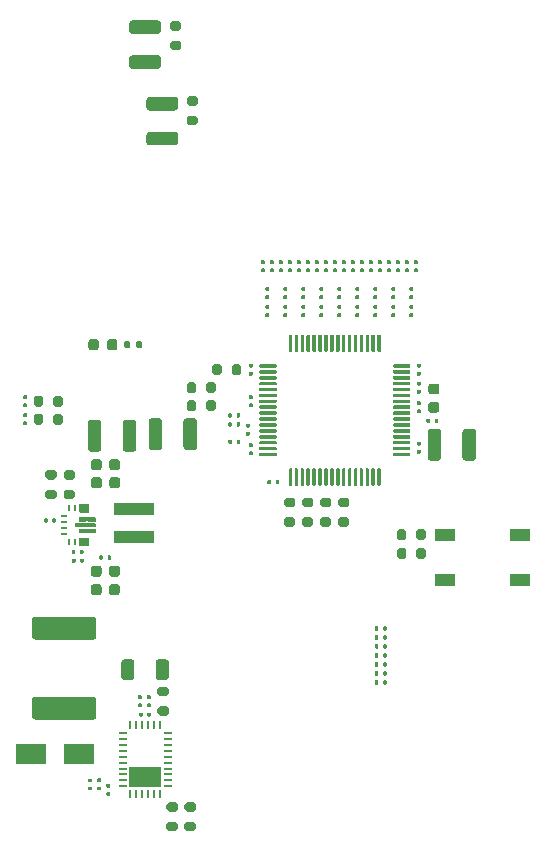
<source format=gbr>
%TF.GenerationSoftware,KiCad,Pcbnew,5.1.10*%
%TF.CreationDate,2021-08-02T15:48:16-04:00*%
%TF.ProjectId,mist-eeg,6d697374-2d65-4656-972e-6b696361645f,1C*%
%TF.SameCoordinates,Original*%
%TF.FileFunction,Paste,Bot*%
%TF.FilePolarity,Positive*%
%FSLAX46Y46*%
G04 Gerber Fmt 4.6, Leading zero omitted, Abs format (unit mm)*
G04 Created by KiCad (PCBNEW 5.1.10) date 2021-08-02 15:48:16*
%MOMM*%
%LPD*%
G01*
G04 APERTURE LIST*
%ADD10C,0.100000*%
%ADD11R,0.240000X0.599999*%
%ADD12R,0.850001X0.700001*%
%ADD13R,1.450000X0.349999*%
%ADD14R,1.799999X0.349999*%
%ADD15R,0.599999X0.240000*%
%ADD16R,1.700000X1.000000*%
%ADD17R,2.700000X1.700000*%
%ADD18R,0.250000X0.700000*%
%ADD19R,0.700000X0.250000*%
%ADD20R,3.400000X0.980000*%
%ADD21R,2.500000X1.800000*%
G04 APERTURE END LIST*
D10*
%TO.C,U5*%
G36*
X209077700Y-83255500D02*
G01*
X209077700Y-83405500D01*
X209078660Y-83415254D01*
X209081505Y-83424634D01*
X209086127Y-83433277D01*
X209092345Y-83440854D01*
X209099922Y-83447072D01*
X209108566Y-83451692D01*
X209117946Y-83454537D01*
X209127700Y-83455500D01*
X209777701Y-83455500D01*
X209787454Y-83454537D01*
X209796835Y-83451692D01*
X209805478Y-83447072D01*
X209813055Y-83440854D01*
X209819273Y-83433277D01*
X209823896Y-83424634D01*
X209826741Y-83415254D01*
X209827701Y-83405500D01*
X209827701Y-83255500D01*
X209826741Y-83245744D01*
X209823896Y-83236364D01*
X209819273Y-83227720D01*
X209813055Y-83220143D01*
X209805478Y-83213926D01*
X209796835Y-83209305D01*
X209787454Y-83206460D01*
X209777701Y-83205500D01*
X209127700Y-83205500D01*
X209117946Y-83206460D01*
X209108566Y-83209305D01*
X209099922Y-83213926D01*
X209092345Y-83220143D01*
X209086127Y-83227720D01*
X209081505Y-83236364D01*
X209078660Y-83245744D01*
X209077700Y-83255500D01*
G37*
X209077700Y-83255500D02*
X209077700Y-83405500D01*
X209078660Y-83415254D01*
X209081505Y-83424634D01*
X209086127Y-83433277D01*
X209092345Y-83440854D01*
X209099922Y-83447072D01*
X209108566Y-83451692D01*
X209117946Y-83454537D01*
X209127700Y-83455500D01*
X209777701Y-83455500D01*
X209787454Y-83454537D01*
X209796835Y-83451692D01*
X209805478Y-83447072D01*
X209813055Y-83440854D01*
X209819273Y-83433277D01*
X209823896Y-83424634D01*
X209826741Y-83415254D01*
X209827701Y-83405500D01*
X209827701Y-83255500D01*
X209826741Y-83245744D01*
X209823896Y-83236364D01*
X209819273Y-83227720D01*
X209813055Y-83220143D01*
X209805478Y-83213926D01*
X209796835Y-83209305D01*
X209787454Y-83206460D01*
X209777701Y-83205500D01*
X209127700Y-83205500D01*
X209117946Y-83206460D01*
X209108566Y-83209305D01*
X209099922Y-83213926D01*
X209092345Y-83220143D01*
X209086127Y-83227720D01*
X209081505Y-83236364D01*
X209078660Y-83245744D01*
X209077700Y-83255500D01*
G36*
X209777701Y-83205500D02*
G01*
X209627701Y-83205500D01*
X209617948Y-83206460D01*
X209608567Y-83209305D01*
X209599924Y-83213928D01*
X209592347Y-83220146D01*
X209586129Y-83227723D01*
X209581509Y-83236366D01*
X209578664Y-83245747D01*
X209577701Y-83255500D01*
X209577701Y-83755499D01*
X209578664Y-83765253D01*
X209581509Y-83774633D01*
X209586129Y-83783277D01*
X209592347Y-83790854D01*
X209599924Y-83797071D01*
X209608567Y-83801694D01*
X209617948Y-83804539D01*
X209627701Y-83805499D01*
X209777701Y-83805499D01*
X209787457Y-83804539D01*
X209796837Y-83801694D01*
X209805481Y-83797071D01*
X209813058Y-83790854D01*
X209819276Y-83783277D01*
X209823896Y-83774633D01*
X209826741Y-83765253D01*
X209827701Y-83755499D01*
X209827701Y-83255500D01*
X209826741Y-83245747D01*
X209823896Y-83236366D01*
X209819276Y-83227723D01*
X209813058Y-83220146D01*
X209805481Y-83213928D01*
X209796837Y-83209305D01*
X209787457Y-83206460D01*
X209777701Y-83205500D01*
G37*
X209777701Y-83205500D02*
X209627701Y-83205500D01*
X209617948Y-83206460D01*
X209608567Y-83209305D01*
X209599924Y-83213928D01*
X209592347Y-83220146D01*
X209586129Y-83227723D01*
X209581509Y-83236366D01*
X209578664Y-83245747D01*
X209577701Y-83255500D01*
X209577701Y-83755499D01*
X209578664Y-83765253D01*
X209581509Y-83774633D01*
X209586129Y-83783277D01*
X209592347Y-83790854D01*
X209599924Y-83797071D01*
X209608567Y-83801694D01*
X209617948Y-83804539D01*
X209627701Y-83805499D01*
X209777701Y-83805499D01*
X209787457Y-83804539D01*
X209796837Y-83801694D01*
X209805481Y-83797071D01*
X209813058Y-83790854D01*
X209819276Y-83783277D01*
X209823896Y-83774633D01*
X209826741Y-83765253D01*
X209827701Y-83755499D01*
X209827701Y-83255500D01*
X209826741Y-83245747D01*
X209823896Y-83236366D01*
X209819276Y-83227723D01*
X209813058Y-83220146D01*
X209805481Y-83213928D01*
X209796837Y-83209305D01*
X209787457Y-83206460D01*
X209777701Y-83205500D01*
G36*
X209277699Y-83205500D02*
G01*
X209127700Y-83205500D01*
X209117943Y-83206460D01*
X209108563Y-83209305D01*
X209099920Y-83213928D01*
X209092343Y-83220146D01*
X209086125Y-83227723D01*
X209081505Y-83236366D01*
X209078660Y-83245747D01*
X209077700Y-83255500D01*
X209077700Y-83755499D01*
X209078660Y-83765253D01*
X209081505Y-83774633D01*
X209086125Y-83783277D01*
X209092343Y-83790854D01*
X209099920Y-83797071D01*
X209108563Y-83801694D01*
X209117943Y-83804539D01*
X209127700Y-83805499D01*
X209277699Y-83805499D01*
X209287453Y-83804539D01*
X209296833Y-83801694D01*
X209305477Y-83797071D01*
X209313054Y-83790854D01*
X209319271Y-83783277D01*
X209323892Y-83774633D01*
X209326737Y-83765253D01*
X209327699Y-83755499D01*
X209327699Y-83255500D01*
X209326737Y-83245747D01*
X209323892Y-83236366D01*
X209319271Y-83227723D01*
X209313054Y-83220146D01*
X209305477Y-83213928D01*
X209296833Y-83209305D01*
X209287453Y-83206460D01*
X209277699Y-83205500D01*
G37*
X209277699Y-83205500D02*
X209127700Y-83205500D01*
X209117943Y-83206460D01*
X209108563Y-83209305D01*
X209099920Y-83213928D01*
X209092343Y-83220146D01*
X209086125Y-83227723D01*
X209081505Y-83236366D01*
X209078660Y-83245747D01*
X209077700Y-83255500D01*
X209077700Y-83755499D01*
X209078660Y-83765253D01*
X209081505Y-83774633D01*
X209086125Y-83783277D01*
X209092343Y-83790854D01*
X209099920Y-83797071D01*
X209108563Y-83801694D01*
X209117943Y-83804539D01*
X209127700Y-83805499D01*
X209277699Y-83805499D01*
X209287453Y-83804539D01*
X209296833Y-83801694D01*
X209305477Y-83797071D01*
X209313054Y-83790854D01*
X209319271Y-83783277D01*
X209323892Y-83774633D01*
X209326737Y-83765253D01*
X209327699Y-83755499D01*
X209327699Y-83255500D01*
X209326737Y-83245747D01*
X209323892Y-83236366D01*
X209319271Y-83227723D01*
X209313054Y-83220146D01*
X209305477Y-83213928D01*
X209296833Y-83209305D01*
X209287453Y-83206460D01*
X209277699Y-83205500D01*
G36*
X209127700Y-81005500D02*
G01*
X209277699Y-81005500D01*
X209287453Y-81004540D01*
X209296833Y-81001695D01*
X209305477Y-80997072D01*
X209313054Y-80990854D01*
X209319271Y-80983277D01*
X209323892Y-80974634D01*
X209326737Y-80965253D01*
X209327699Y-80955500D01*
X209327699Y-80455501D01*
X209326737Y-80445747D01*
X209323892Y-80436367D01*
X209319271Y-80427723D01*
X209313054Y-80420146D01*
X209305477Y-80413929D01*
X209296833Y-80409306D01*
X209287453Y-80406461D01*
X209277699Y-80405501D01*
X209127700Y-80405501D01*
X209117943Y-80406461D01*
X209108563Y-80409306D01*
X209099920Y-80413929D01*
X209092343Y-80420146D01*
X209086125Y-80427723D01*
X209081505Y-80436367D01*
X209078660Y-80445747D01*
X209077700Y-80455501D01*
X209077700Y-80955500D01*
X209078660Y-80965253D01*
X209081505Y-80974634D01*
X209086125Y-80983277D01*
X209092343Y-80990854D01*
X209099920Y-80997072D01*
X209108563Y-81001695D01*
X209117943Y-81004540D01*
X209127700Y-81005500D01*
G37*
X209127700Y-81005500D02*
X209277699Y-81005500D01*
X209287453Y-81004540D01*
X209296833Y-81001695D01*
X209305477Y-80997072D01*
X209313054Y-80990854D01*
X209319271Y-80983277D01*
X209323892Y-80974634D01*
X209326737Y-80965253D01*
X209327699Y-80955500D01*
X209327699Y-80455501D01*
X209326737Y-80445747D01*
X209323892Y-80436367D01*
X209319271Y-80427723D01*
X209313054Y-80420146D01*
X209305477Y-80413929D01*
X209296833Y-80409306D01*
X209287453Y-80406461D01*
X209277699Y-80405501D01*
X209127700Y-80405501D01*
X209117943Y-80406461D01*
X209108563Y-80409306D01*
X209099920Y-80413929D01*
X209092343Y-80420146D01*
X209086125Y-80427723D01*
X209081505Y-80436367D01*
X209078660Y-80445747D01*
X209077700Y-80455501D01*
X209077700Y-80955500D01*
X209078660Y-80965253D01*
X209081505Y-80974634D01*
X209086125Y-80983277D01*
X209092343Y-80990854D01*
X209099920Y-80997072D01*
X209108563Y-81001695D01*
X209117943Y-81004540D01*
X209127700Y-81005500D01*
G36*
X209627701Y-81005500D02*
G01*
X209777701Y-81005500D01*
X209787457Y-81004540D01*
X209796837Y-81001695D01*
X209805481Y-80997072D01*
X209813058Y-80990854D01*
X209819276Y-80983277D01*
X209823896Y-80974634D01*
X209826741Y-80965253D01*
X209827701Y-80955500D01*
X209827701Y-80455501D01*
X209826741Y-80445747D01*
X209823896Y-80436367D01*
X209819276Y-80427723D01*
X209813058Y-80420146D01*
X209805481Y-80413929D01*
X209796837Y-80409306D01*
X209787457Y-80406461D01*
X209777701Y-80405501D01*
X209627701Y-80405501D01*
X209617948Y-80406461D01*
X209608567Y-80409306D01*
X209599924Y-80413929D01*
X209592347Y-80420146D01*
X209586129Y-80427723D01*
X209581509Y-80436367D01*
X209578664Y-80445747D01*
X209577701Y-80455501D01*
X209577701Y-80955500D01*
X209578664Y-80965253D01*
X209581509Y-80974634D01*
X209586129Y-80983277D01*
X209592347Y-80990854D01*
X209599924Y-80997072D01*
X209608567Y-81001695D01*
X209617948Y-81004540D01*
X209627701Y-81005500D01*
G37*
X209627701Y-81005500D02*
X209777701Y-81005500D01*
X209787457Y-81004540D01*
X209796837Y-81001695D01*
X209805481Y-80997072D01*
X209813058Y-80990854D01*
X209819276Y-80983277D01*
X209823896Y-80974634D01*
X209826741Y-80965253D01*
X209827701Y-80955500D01*
X209827701Y-80455501D01*
X209826741Y-80445747D01*
X209823896Y-80436367D01*
X209819276Y-80427723D01*
X209813058Y-80420146D01*
X209805481Y-80413929D01*
X209796837Y-80409306D01*
X209787457Y-80406461D01*
X209777701Y-80405501D01*
X209627701Y-80405501D01*
X209617948Y-80406461D01*
X209608567Y-80409306D01*
X209599924Y-80413929D01*
X209592347Y-80420146D01*
X209586129Y-80427723D01*
X209581509Y-80436367D01*
X209578664Y-80445747D01*
X209577701Y-80455501D01*
X209577701Y-80955500D01*
X209578664Y-80965253D01*
X209581509Y-80974634D01*
X209586129Y-80983277D01*
X209592347Y-80990854D01*
X209599924Y-80997072D01*
X209608567Y-81001695D01*
X209617948Y-81004540D01*
X209627701Y-81005500D01*
G36*
X209077700Y-80805500D02*
G01*
X209077700Y-80955500D01*
X209078660Y-80965256D01*
X209081505Y-80974636D01*
X209086127Y-80983280D01*
X209092345Y-80990857D01*
X209099922Y-80997074D01*
X209108566Y-81001695D01*
X209117946Y-81004540D01*
X209127700Y-81005500D01*
X209777701Y-81005500D01*
X209787454Y-81004540D01*
X209796835Y-81001695D01*
X209805478Y-80997074D01*
X209813055Y-80990857D01*
X209819273Y-80983280D01*
X209823896Y-80974636D01*
X209826741Y-80965256D01*
X209827701Y-80955500D01*
X209827701Y-80805500D01*
X209826741Y-80795746D01*
X209823896Y-80786366D01*
X209819273Y-80777723D01*
X209813055Y-80770146D01*
X209805478Y-80763928D01*
X209796835Y-80759308D01*
X209787454Y-80756463D01*
X209777701Y-80755500D01*
X209127700Y-80755500D01*
X209117946Y-80756463D01*
X209108566Y-80759308D01*
X209099922Y-80763928D01*
X209092345Y-80770146D01*
X209086127Y-80777723D01*
X209081505Y-80786366D01*
X209078660Y-80795746D01*
X209077700Y-80805500D01*
G37*
X209077700Y-80805500D02*
X209077700Y-80955500D01*
X209078660Y-80965256D01*
X209081505Y-80974636D01*
X209086127Y-80983280D01*
X209092345Y-80990857D01*
X209099922Y-80997074D01*
X209108566Y-81001695D01*
X209117946Y-81004540D01*
X209127700Y-81005500D01*
X209777701Y-81005500D01*
X209787454Y-81004540D01*
X209796835Y-81001695D01*
X209805478Y-80997074D01*
X209813055Y-80990857D01*
X209819273Y-80983280D01*
X209823896Y-80974636D01*
X209826741Y-80965256D01*
X209827701Y-80955500D01*
X209827701Y-80805500D01*
X209826741Y-80795746D01*
X209823896Y-80786366D01*
X209819273Y-80777723D01*
X209813055Y-80770146D01*
X209805478Y-80763928D01*
X209796835Y-80759308D01*
X209787454Y-80756463D01*
X209777701Y-80755500D01*
X209127700Y-80755500D01*
X209117946Y-80756463D01*
X209108566Y-80759308D01*
X209099922Y-80763928D01*
X209092345Y-80770146D01*
X209086127Y-80777723D01*
X209081505Y-80786366D01*
X209078660Y-80795746D01*
X209077700Y-80805500D01*
G36*
X209627701Y-82030501D02*
G01*
X209627701Y-82180499D01*
X209628661Y-82190255D01*
X209631506Y-82199635D01*
X209636126Y-82208279D01*
X209642344Y-82215855D01*
X209649921Y-82222073D01*
X209658565Y-82226694D01*
X209667945Y-82229538D01*
X209677701Y-82230498D01*
X210297702Y-82230498D01*
X210307456Y-82229538D01*
X210316836Y-82226694D01*
X210325480Y-82222073D01*
X210333057Y-82215855D01*
X210339275Y-82208279D01*
X210343895Y-82199635D01*
X210346740Y-82190255D01*
X210347702Y-82180499D01*
X210347702Y-82030501D01*
X210346740Y-82020745D01*
X210343895Y-82011365D01*
X210339275Y-82002721D01*
X210333057Y-81995145D01*
X210325480Y-81988927D01*
X210316836Y-81984306D01*
X210307456Y-81981462D01*
X210297702Y-81980502D01*
X209677701Y-81980502D01*
X209667945Y-81981462D01*
X209658565Y-81984306D01*
X209649921Y-81988927D01*
X209642344Y-81995145D01*
X209636126Y-82002721D01*
X209631506Y-82011365D01*
X209628661Y-82020745D01*
X209627701Y-82030501D01*
G37*
X209627701Y-82030501D02*
X209627701Y-82180499D01*
X209628661Y-82190255D01*
X209631506Y-82199635D01*
X209636126Y-82208279D01*
X209642344Y-82215855D01*
X209649921Y-82222073D01*
X209658565Y-82226694D01*
X209667945Y-82229538D01*
X209677701Y-82230498D01*
X210297702Y-82230498D01*
X210307456Y-82229538D01*
X210316836Y-82226694D01*
X210325480Y-82222073D01*
X210333057Y-82215855D01*
X210339275Y-82208279D01*
X210343895Y-82199635D01*
X210346740Y-82190255D01*
X210347702Y-82180499D01*
X210347702Y-82030501D01*
X210346740Y-82020745D01*
X210343895Y-82011365D01*
X210339275Y-82002721D01*
X210333057Y-81995145D01*
X210325480Y-81988927D01*
X210316836Y-81984306D01*
X210307456Y-81981462D01*
X210297702Y-81980502D01*
X209677701Y-81980502D01*
X209667945Y-81981462D01*
X209658565Y-81984306D01*
X209649921Y-81988927D01*
X209642344Y-81995145D01*
X209636126Y-82002721D01*
X209631506Y-82011365D01*
X209628661Y-82020745D01*
X209627701Y-82030501D01*
G36*
X208707700Y-82030501D02*
G01*
X208707700Y-82180499D01*
X208708661Y-82190255D01*
X208711505Y-82199635D01*
X208716126Y-82208279D01*
X208722344Y-82215855D01*
X208729920Y-82222073D01*
X208738564Y-82226694D01*
X208747944Y-82229538D01*
X208757700Y-82230498D01*
X209377702Y-82230498D01*
X209387455Y-82229538D01*
X209396835Y-82226694D01*
X209405479Y-82222073D01*
X209413056Y-82215855D01*
X209419274Y-82208279D01*
X209423894Y-82199635D01*
X209426739Y-82190255D01*
X209427702Y-82180499D01*
X209427702Y-82030501D01*
X209426739Y-82020745D01*
X209423894Y-82011365D01*
X209419274Y-82002721D01*
X209413056Y-81995145D01*
X209405479Y-81988927D01*
X209396835Y-81984306D01*
X209387455Y-81981462D01*
X209377702Y-81980502D01*
X208757700Y-81980502D01*
X208747944Y-81981462D01*
X208738564Y-81984306D01*
X208729920Y-81988927D01*
X208722344Y-81995145D01*
X208716126Y-82002721D01*
X208711505Y-82011365D01*
X208708661Y-82020745D01*
X208707700Y-82030501D01*
G37*
X208707700Y-82030501D02*
X208707700Y-82180499D01*
X208708661Y-82190255D01*
X208711505Y-82199635D01*
X208716126Y-82208279D01*
X208722344Y-82215855D01*
X208729920Y-82222073D01*
X208738564Y-82226694D01*
X208747944Y-82229538D01*
X208757700Y-82230498D01*
X209377702Y-82230498D01*
X209387455Y-82229538D01*
X209396835Y-82226694D01*
X209405479Y-82222073D01*
X209413056Y-82215855D01*
X209419274Y-82208279D01*
X209423894Y-82199635D01*
X209426739Y-82190255D01*
X209427702Y-82180499D01*
X209427702Y-82030501D01*
X209426739Y-82020745D01*
X209423894Y-82011365D01*
X209419274Y-82002721D01*
X209413056Y-81995145D01*
X209405479Y-81988927D01*
X209396835Y-81984306D01*
X209387455Y-81981462D01*
X209377702Y-81980502D01*
X208757700Y-81980502D01*
X208747944Y-81981462D01*
X208738564Y-81984306D01*
X208729920Y-81988927D01*
X208722344Y-81995145D01*
X208716126Y-82002721D01*
X208711505Y-82011365D01*
X208708661Y-82020745D01*
X208707700Y-82030501D01*
G36*
X209028200Y-82530498D02*
G01*
X209028200Y-82680498D01*
X209029160Y-82690254D01*
X209032005Y-82699634D01*
X209036628Y-82708278D01*
X209042846Y-82715854D01*
X209050423Y-82722072D01*
X209059066Y-82726693D01*
X209068446Y-82729537D01*
X209078200Y-82730497D01*
X209553200Y-82730497D01*
X209562954Y-82729537D01*
X209572334Y-82726693D01*
X209580978Y-82722072D01*
X209588555Y-82715854D01*
X209594773Y-82708278D01*
X209599395Y-82699634D01*
X209602240Y-82690254D01*
X209603200Y-82680498D01*
X209603200Y-82530498D01*
X209602240Y-82520744D01*
X209599395Y-82511364D01*
X209594773Y-82502720D01*
X209588555Y-82495144D01*
X209580978Y-82488926D01*
X209572334Y-82484305D01*
X209562954Y-82481461D01*
X209553200Y-82480498D01*
X209078200Y-82480498D01*
X209068446Y-82481461D01*
X209059066Y-82484305D01*
X209050423Y-82488926D01*
X209042846Y-82495144D01*
X209036628Y-82502720D01*
X209032005Y-82511364D01*
X209029160Y-82520744D01*
X209028200Y-82530498D01*
G37*
X209028200Y-82530498D02*
X209028200Y-82680498D01*
X209029160Y-82690254D01*
X209032005Y-82699634D01*
X209036628Y-82708278D01*
X209042846Y-82715854D01*
X209050423Y-82722072D01*
X209059066Y-82726693D01*
X209068446Y-82729537D01*
X209078200Y-82730497D01*
X209553200Y-82730497D01*
X209562954Y-82729537D01*
X209572334Y-82726693D01*
X209580978Y-82722072D01*
X209588555Y-82715854D01*
X209594773Y-82708278D01*
X209599395Y-82699634D01*
X209602240Y-82690254D01*
X209603200Y-82680498D01*
X209603200Y-82530498D01*
X209602240Y-82520744D01*
X209599395Y-82511364D01*
X209594773Y-82502720D01*
X209588555Y-82495144D01*
X209580978Y-82488926D01*
X209572334Y-82484305D01*
X209562954Y-82481461D01*
X209553200Y-82480498D01*
X209078200Y-82480498D01*
X209068446Y-82481461D01*
X209059066Y-82484305D01*
X209050423Y-82488926D01*
X209042846Y-82495144D01*
X209036628Y-82502720D01*
X209032005Y-82511364D01*
X209029160Y-82520744D01*
X209028200Y-82530498D01*
G36*
X209028200Y-81530502D02*
G01*
X209028200Y-81680502D01*
X209029160Y-81690256D01*
X209032005Y-81699636D01*
X209036628Y-81708280D01*
X209042846Y-81715856D01*
X209050423Y-81722074D01*
X209059066Y-81726695D01*
X209068446Y-81729539D01*
X209078200Y-81730502D01*
X209553200Y-81730502D01*
X209562954Y-81729539D01*
X209572334Y-81726695D01*
X209580978Y-81722074D01*
X209588555Y-81715856D01*
X209594773Y-81708280D01*
X209599395Y-81699636D01*
X209602240Y-81690256D01*
X209603200Y-81680502D01*
X209603200Y-81530502D01*
X209602240Y-81520746D01*
X209599395Y-81511366D01*
X209594773Y-81502722D01*
X209588555Y-81495146D01*
X209580978Y-81488928D01*
X209572334Y-81484307D01*
X209562954Y-81481463D01*
X209553200Y-81480503D01*
X209078200Y-81480503D01*
X209068446Y-81481463D01*
X209059066Y-81484307D01*
X209050423Y-81488928D01*
X209042846Y-81495146D01*
X209036628Y-81502722D01*
X209032005Y-81511366D01*
X209029160Y-81520746D01*
X209028200Y-81530502D01*
G37*
X209028200Y-81530502D02*
X209028200Y-81680502D01*
X209029160Y-81690256D01*
X209032005Y-81699636D01*
X209036628Y-81708280D01*
X209042846Y-81715856D01*
X209050423Y-81722074D01*
X209059066Y-81726695D01*
X209068446Y-81729539D01*
X209078200Y-81730502D01*
X209553200Y-81730502D01*
X209562954Y-81729539D01*
X209572334Y-81726695D01*
X209580978Y-81722074D01*
X209588555Y-81715856D01*
X209594773Y-81708280D01*
X209599395Y-81699636D01*
X209602240Y-81690256D01*
X209603200Y-81680502D01*
X209603200Y-81530502D01*
X209602240Y-81520746D01*
X209599395Y-81511366D01*
X209594773Y-81502722D01*
X209588555Y-81495146D01*
X209580978Y-81488928D01*
X209572334Y-81484307D01*
X209562954Y-81481463D01*
X209553200Y-81480503D01*
X209078200Y-81480503D01*
X209068446Y-81481463D01*
X209059066Y-81484307D01*
X209050423Y-81488928D01*
X209042846Y-81495146D01*
X209036628Y-81502722D01*
X209032005Y-81511366D01*
X209029160Y-81520746D01*
X209028200Y-81530502D01*
G36*
X209803200Y-81530502D02*
G01*
X209803200Y-81680502D01*
X209804160Y-81690256D01*
X209807005Y-81699636D01*
X209811628Y-81708280D01*
X209817846Y-81715856D01*
X209825422Y-81722074D01*
X209834066Y-81726695D01*
X209843446Y-81729539D01*
X209853200Y-81730502D01*
X210328200Y-81730502D01*
X210337954Y-81729539D01*
X210347334Y-81726695D01*
X210355978Y-81722074D01*
X210363554Y-81715856D01*
X210369772Y-81708280D01*
X210374395Y-81699636D01*
X210377240Y-81690256D01*
X210378200Y-81680502D01*
X210378200Y-81530502D01*
X210377240Y-81520746D01*
X210374395Y-81511366D01*
X210369772Y-81502722D01*
X210363554Y-81495146D01*
X210355978Y-81488928D01*
X210347334Y-81484307D01*
X210337954Y-81481463D01*
X210328200Y-81480503D01*
X209853200Y-81480503D01*
X209843446Y-81481463D01*
X209834066Y-81484307D01*
X209825422Y-81488928D01*
X209817846Y-81495146D01*
X209811628Y-81502722D01*
X209807005Y-81511366D01*
X209804160Y-81520746D01*
X209803200Y-81530502D01*
G37*
X209803200Y-81530502D02*
X209803200Y-81680502D01*
X209804160Y-81690256D01*
X209807005Y-81699636D01*
X209811628Y-81708280D01*
X209817846Y-81715856D01*
X209825422Y-81722074D01*
X209834066Y-81726695D01*
X209843446Y-81729539D01*
X209853200Y-81730502D01*
X210328200Y-81730502D01*
X210337954Y-81729539D01*
X210347334Y-81726695D01*
X210355978Y-81722074D01*
X210363554Y-81715856D01*
X210369772Y-81708280D01*
X210374395Y-81699636D01*
X210377240Y-81690256D01*
X210378200Y-81680502D01*
X210378200Y-81530502D01*
X210377240Y-81520746D01*
X210374395Y-81511366D01*
X210369772Y-81502722D01*
X210363554Y-81495146D01*
X210355978Y-81488928D01*
X210347334Y-81484307D01*
X210337954Y-81481463D01*
X210328200Y-81480503D01*
X209853200Y-81480503D01*
X209843446Y-81481463D01*
X209834066Y-81484307D01*
X209825422Y-81488928D01*
X209817846Y-81495146D01*
X209811628Y-81502722D01*
X209807005Y-81511366D01*
X209804160Y-81520746D01*
X209803200Y-81530502D01*
G36*
X209803200Y-82530498D02*
G01*
X209803200Y-82680498D01*
X209804160Y-82690254D01*
X209807005Y-82699634D01*
X209811628Y-82708278D01*
X209817846Y-82715854D01*
X209825422Y-82722072D01*
X209834066Y-82726693D01*
X209843446Y-82729537D01*
X209853200Y-82730497D01*
X210328200Y-82730497D01*
X210337954Y-82729537D01*
X210347334Y-82726693D01*
X210355978Y-82722072D01*
X210363554Y-82715854D01*
X210369772Y-82708278D01*
X210374395Y-82699634D01*
X210377240Y-82690254D01*
X210378200Y-82680498D01*
X210378200Y-82530498D01*
X210377240Y-82520744D01*
X210374395Y-82511364D01*
X210369772Y-82502720D01*
X210363554Y-82495144D01*
X210355978Y-82488926D01*
X210347334Y-82484305D01*
X210337954Y-82481461D01*
X210328200Y-82480498D01*
X209853200Y-82480498D01*
X209843446Y-82481461D01*
X209834066Y-82484305D01*
X209825422Y-82488926D01*
X209817846Y-82495144D01*
X209811628Y-82502720D01*
X209807005Y-82511364D01*
X209804160Y-82520744D01*
X209803200Y-82530498D01*
G37*
X209803200Y-82530498D02*
X209803200Y-82680498D01*
X209804160Y-82690254D01*
X209807005Y-82699634D01*
X209811628Y-82708278D01*
X209817846Y-82715854D01*
X209825422Y-82722072D01*
X209834066Y-82726693D01*
X209843446Y-82729537D01*
X209853200Y-82730497D01*
X210328200Y-82730497D01*
X210337954Y-82729537D01*
X210347334Y-82726693D01*
X210355978Y-82722072D01*
X210363554Y-82715854D01*
X210369772Y-82708278D01*
X210374395Y-82699634D01*
X210377240Y-82690254D01*
X210378200Y-82680498D01*
X210378200Y-82530498D01*
X210377240Y-82520744D01*
X210374395Y-82511364D01*
X210369772Y-82502720D01*
X210363554Y-82495144D01*
X210355978Y-82488926D01*
X210347334Y-82484305D01*
X210337954Y-82481461D01*
X210328200Y-82480498D01*
X209853200Y-82480498D01*
X209843446Y-82481461D01*
X209834066Y-82484305D01*
X209825422Y-82488926D01*
X209817846Y-82495144D01*
X209811628Y-82502720D01*
X209807005Y-82511364D01*
X209804160Y-82520744D01*
X209803200Y-82530498D01*
%TD*%
%TO.C,F1*%
G36*
G01*
X210247001Y-98584000D02*
X205296999Y-98584000D01*
G75*
G02*
X205047000Y-98334001I0J249999D01*
G01*
X205047000Y-96908999D01*
G75*
G02*
X205296999Y-96659000I249999J0D01*
G01*
X210247001Y-96659000D01*
G75*
G02*
X210497000Y-96908999I0J-249999D01*
G01*
X210497000Y-98334001D01*
G75*
G02*
X210247001Y-98584000I-249999J0D01*
G01*
G37*
G36*
G01*
X210247001Y-91809000D02*
X205296999Y-91809000D01*
G75*
G02*
X205047000Y-91559001I0J249999D01*
G01*
X205047000Y-90133999D01*
G75*
G02*
X205296999Y-89884000I249999J0D01*
G01*
X210247001Y-89884000D01*
G75*
G02*
X210497000Y-90133999I0J-249999D01*
G01*
X210497000Y-91559001D01*
G75*
G02*
X210247001Y-91809000I-249999J0D01*
G01*
G37*
%TD*%
%TO.C,C20*%
G36*
G01*
X212736000Y-75649001D02*
X212736000Y-73448999D01*
G75*
G02*
X212985999Y-73199000I249999J0D01*
G01*
X213636001Y-73199000D01*
G75*
G02*
X213886000Y-73448999I0J-249999D01*
G01*
X213886000Y-75649001D01*
G75*
G02*
X213636001Y-75899000I-249999J0D01*
G01*
X212985999Y-75899000D01*
G75*
G02*
X212736000Y-75649001I0J249999D01*
G01*
G37*
G36*
G01*
X209786000Y-75649001D02*
X209786000Y-73448999D01*
G75*
G02*
X210035999Y-73199000I249999J0D01*
G01*
X210686001Y-73199000D01*
G75*
G02*
X210936000Y-73448999I0J-249999D01*
G01*
X210936000Y-75649001D01*
G75*
G02*
X210686001Y-75899000I-249999J0D01*
G01*
X210035999Y-75899000D01*
G75*
G02*
X209786000Y-75649001I0J249999D01*
G01*
G37*
%TD*%
%TO.C,C65*%
G36*
G01*
X239701500Y-74210999D02*
X239701500Y-76411001D01*
G75*
G02*
X239451501Y-76661000I-249999J0D01*
G01*
X238801499Y-76661000D01*
G75*
G02*
X238551500Y-76411001I0J249999D01*
G01*
X238551500Y-74210999D01*
G75*
G02*
X238801499Y-73961000I249999J0D01*
G01*
X239451501Y-73961000D01*
G75*
G02*
X239701500Y-74210999I0J-249999D01*
G01*
G37*
G36*
G01*
X242651500Y-74210999D02*
X242651500Y-76411001D01*
G75*
G02*
X242401501Y-76661000I-249999J0D01*
G01*
X241751499Y-76661000D01*
G75*
G02*
X241501500Y-76411001I0J249999D01*
G01*
X241501500Y-74210999D01*
G75*
G02*
X241751499Y-73961000I249999J0D01*
G01*
X242401501Y-73961000D01*
G75*
G02*
X242651500Y-74210999I0J-249999D01*
G01*
G37*
%TD*%
%TO.C,C58*%
G36*
G01*
X216079500Y-73321999D02*
X216079500Y-75522001D01*
G75*
G02*
X215829501Y-75772000I-249999J0D01*
G01*
X215179499Y-75772000D01*
G75*
G02*
X214929500Y-75522001I0J249999D01*
G01*
X214929500Y-73321999D01*
G75*
G02*
X215179499Y-73072000I249999J0D01*
G01*
X215829501Y-73072000D01*
G75*
G02*
X216079500Y-73321999I0J-249999D01*
G01*
G37*
G36*
G01*
X219029500Y-73321999D02*
X219029500Y-75522001D01*
G75*
G02*
X218779501Y-75772000I-249999J0D01*
G01*
X218129499Y-75772000D01*
G75*
G02*
X217879500Y-75522001I0J249999D01*
G01*
X217879500Y-73321999D01*
G75*
G02*
X218129499Y-73072000I249999J0D01*
G01*
X218779501Y-73072000D01*
G75*
G02*
X219029500Y-73321999I0J-249999D01*
G01*
G37*
%TD*%
%TO.C,C45*%
G36*
G01*
X217190501Y-47017100D02*
X214990499Y-47017100D01*
G75*
G02*
X214740500Y-46767101I0J249999D01*
G01*
X214740500Y-46117099D01*
G75*
G02*
X214990499Y-45867100I249999J0D01*
G01*
X217190501Y-45867100D01*
G75*
G02*
X217440500Y-46117099I0J-249999D01*
G01*
X217440500Y-46767101D01*
G75*
G02*
X217190501Y-47017100I-249999J0D01*
G01*
G37*
G36*
G01*
X217190501Y-49967100D02*
X214990499Y-49967100D01*
G75*
G02*
X214740500Y-49717101I0J249999D01*
G01*
X214740500Y-49067099D01*
G75*
G02*
X214990499Y-48817100I249999J0D01*
G01*
X217190501Y-48817100D01*
G75*
G02*
X217440500Y-49067099I0J-249999D01*
G01*
X217440500Y-49717101D01*
G75*
G02*
X217190501Y-49967100I-249999J0D01*
G01*
G37*
%TD*%
%TO.C,C44*%
G36*
G01*
X215730001Y-40540100D02*
X213529999Y-40540100D01*
G75*
G02*
X213280000Y-40290101I0J249999D01*
G01*
X213280000Y-39640099D01*
G75*
G02*
X213529999Y-39390100I249999J0D01*
G01*
X215730001Y-39390100D01*
G75*
G02*
X215980000Y-39640099I0J-249999D01*
G01*
X215980000Y-40290101D01*
G75*
G02*
X215730001Y-40540100I-249999J0D01*
G01*
G37*
G36*
G01*
X215730001Y-43490100D02*
X213529999Y-43490100D01*
G75*
G02*
X213280000Y-43240101I0J249999D01*
G01*
X213280000Y-42590099D01*
G75*
G02*
X213529999Y-42340100I249999J0D01*
G01*
X215730001Y-42340100D01*
G75*
G02*
X215980000Y-42590099I0J-249999D01*
G01*
X215980000Y-43240101D01*
G75*
G02*
X215730001Y-43490100I-249999J0D01*
G01*
G37*
%TD*%
D11*
%TO.C,U5*%
X208202700Y-83505500D03*
X208702699Y-83505500D03*
D12*
X209452700Y-83505500D03*
X209452700Y-83505500D03*
D13*
X209702700Y-82605499D03*
D14*
X209527699Y-82105500D03*
D13*
X209702700Y-81605501D03*
D12*
X209452700Y-80705500D03*
X209452700Y-80705500D03*
D11*
X208702699Y-80705500D03*
X208202700Y-80705500D03*
D15*
X207777700Y-81355502D03*
X207777700Y-81855500D03*
X207777700Y-82355502D03*
X207777700Y-82855501D03*
%TD*%
%TO.C,R9*%
G36*
G01*
X209101000Y-84492000D02*
X209101000Y-84291000D01*
G75*
G02*
X209180500Y-84211500I79500J0D01*
G01*
X209339500Y-84211500D01*
G75*
G02*
X209419000Y-84291000I0J-79500D01*
G01*
X209419000Y-84492000D01*
G75*
G02*
X209339500Y-84571500I-79500J0D01*
G01*
X209180500Y-84571500D01*
G75*
G02*
X209101000Y-84492000I0J79500D01*
G01*
G37*
G36*
G01*
X208411000Y-84492000D02*
X208411000Y-84291000D01*
G75*
G02*
X208490500Y-84211500I79500J0D01*
G01*
X208649500Y-84211500D01*
G75*
G02*
X208729000Y-84291000I0J-79500D01*
G01*
X208729000Y-84492000D01*
G75*
G02*
X208649500Y-84571500I-79500J0D01*
G01*
X208490500Y-84571500D01*
G75*
G02*
X208411000Y-84492000I0J79500D01*
G01*
G37*
%TD*%
%TO.C,R8*%
G36*
G01*
X213730000Y-93735999D02*
X213730000Y-94986001D01*
G75*
G02*
X213480001Y-95236000I-249999J0D01*
G01*
X212854999Y-95236000D01*
G75*
G02*
X212605000Y-94986001I0J249999D01*
G01*
X212605000Y-93735999D01*
G75*
G02*
X212854999Y-93486000I249999J0D01*
G01*
X213480001Y-93486000D01*
G75*
G02*
X213730000Y-93735999I0J-249999D01*
G01*
G37*
G36*
G01*
X216655000Y-93735999D02*
X216655000Y-94986001D01*
G75*
G02*
X216405001Y-95236000I-249999J0D01*
G01*
X215779999Y-95236000D01*
G75*
G02*
X215530000Y-94986001I0J249999D01*
G01*
X215530000Y-93735999D01*
G75*
G02*
X215779999Y-93486000I249999J0D01*
G01*
X216405001Y-93486000D01*
G75*
G02*
X216655000Y-93735999I0J-249999D01*
G01*
G37*
%TD*%
%TO.C,C19*%
G36*
G01*
X211602200Y-77250100D02*
X211602200Y-76750100D01*
G75*
G02*
X211827200Y-76525100I225000J0D01*
G01*
X212277200Y-76525100D01*
G75*
G02*
X212502200Y-76750100I0J-225000D01*
G01*
X212502200Y-77250100D01*
G75*
G02*
X212277200Y-77475100I-225000J0D01*
G01*
X211827200Y-77475100D01*
G75*
G02*
X211602200Y-77250100I0J225000D01*
G01*
G37*
G36*
G01*
X210052200Y-77250100D02*
X210052200Y-76750100D01*
G75*
G02*
X210277200Y-76525100I225000J0D01*
G01*
X210727200Y-76525100D01*
G75*
G02*
X210952200Y-76750100I0J-225000D01*
G01*
X210952200Y-77250100D01*
G75*
G02*
X210727200Y-77475100I-225000J0D01*
G01*
X210277200Y-77475100D01*
G75*
G02*
X210052200Y-77250100I0J225000D01*
G01*
G37*
%TD*%
%TO.C,D15*%
G36*
G01*
X234755000Y-95541000D02*
X234755000Y-95340000D01*
G75*
G02*
X234834500Y-95260500I79500J0D01*
G01*
X234993500Y-95260500D01*
G75*
G02*
X235073000Y-95340000I0J-79500D01*
G01*
X235073000Y-95541000D01*
G75*
G02*
X234993500Y-95620500I-79500J0D01*
G01*
X234834500Y-95620500D01*
G75*
G02*
X234755000Y-95541000I0J79500D01*
G01*
G37*
G36*
G01*
X234065000Y-95541000D02*
X234065000Y-95340000D01*
G75*
G02*
X234144500Y-95260500I79500J0D01*
G01*
X234303500Y-95260500D01*
G75*
G02*
X234383000Y-95340000I0J-79500D01*
G01*
X234383000Y-95541000D01*
G75*
G02*
X234303500Y-95620500I-79500J0D01*
G01*
X234144500Y-95620500D01*
G75*
G02*
X234065000Y-95541000I0J79500D01*
G01*
G37*
%TD*%
%TO.C,D14*%
G36*
G01*
X234755000Y-94779000D02*
X234755000Y-94578000D01*
G75*
G02*
X234834500Y-94498500I79500J0D01*
G01*
X234993500Y-94498500D01*
G75*
G02*
X235073000Y-94578000I0J-79500D01*
G01*
X235073000Y-94779000D01*
G75*
G02*
X234993500Y-94858500I-79500J0D01*
G01*
X234834500Y-94858500D01*
G75*
G02*
X234755000Y-94779000I0J79500D01*
G01*
G37*
G36*
G01*
X234065000Y-94779000D02*
X234065000Y-94578000D01*
G75*
G02*
X234144500Y-94498500I79500J0D01*
G01*
X234303500Y-94498500D01*
G75*
G02*
X234383000Y-94578000I0J-79500D01*
G01*
X234383000Y-94779000D01*
G75*
G02*
X234303500Y-94858500I-79500J0D01*
G01*
X234144500Y-94858500D01*
G75*
G02*
X234065000Y-94779000I0J79500D01*
G01*
G37*
%TD*%
%TO.C,D13*%
G36*
G01*
X234755000Y-90969000D02*
X234755000Y-90768000D01*
G75*
G02*
X234834500Y-90688500I79500J0D01*
G01*
X234993500Y-90688500D01*
G75*
G02*
X235073000Y-90768000I0J-79500D01*
G01*
X235073000Y-90969000D01*
G75*
G02*
X234993500Y-91048500I-79500J0D01*
G01*
X234834500Y-91048500D01*
G75*
G02*
X234755000Y-90969000I0J79500D01*
G01*
G37*
G36*
G01*
X234065000Y-90969000D02*
X234065000Y-90768000D01*
G75*
G02*
X234144500Y-90688500I79500J0D01*
G01*
X234303500Y-90688500D01*
G75*
G02*
X234383000Y-90768000I0J-79500D01*
G01*
X234383000Y-90969000D01*
G75*
G02*
X234303500Y-91048500I-79500J0D01*
G01*
X234144500Y-91048500D01*
G75*
G02*
X234065000Y-90969000I0J79500D01*
G01*
G37*
%TD*%
%TO.C,D12*%
G36*
G01*
X234755000Y-94017000D02*
X234755000Y-93816000D01*
G75*
G02*
X234834500Y-93736500I79500J0D01*
G01*
X234993500Y-93736500D01*
G75*
G02*
X235073000Y-93816000I0J-79500D01*
G01*
X235073000Y-94017000D01*
G75*
G02*
X234993500Y-94096500I-79500J0D01*
G01*
X234834500Y-94096500D01*
G75*
G02*
X234755000Y-94017000I0J79500D01*
G01*
G37*
G36*
G01*
X234065000Y-94017000D02*
X234065000Y-93816000D01*
G75*
G02*
X234144500Y-93736500I79500J0D01*
G01*
X234303500Y-93736500D01*
G75*
G02*
X234383000Y-93816000I0J-79500D01*
G01*
X234383000Y-94017000D01*
G75*
G02*
X234303500Y-94096500I-79500J0D01*
G01*
X234144500Y-94096500D01*
G75*
G02*
X234065000Y-94017000I0J79500D01*
G01*
G37*
%TD*%
%TO.C,D11*%
G36*
G01*
X234755000Y-93255000D02*
X234755000Y-93054000D01*
G75*
G02*
X234834500Y-92974500I79500J0D01*
G01*
X234993500Y-92974500D01*
G75*
G02*
X235073000Y-93054000I0J-79500D01*
G01*
X235073000Y-93255000D01*
G75*
G02*
X234993500Y-93334500I-79500J0D01*
G01*
X234834500Y-93334500D01*
G75*
G02*
X234755000Y-93255000I0J79500D01*
G01*
G37*
G36*
G01*
X234065000Y-93255000D02*
X234065000Y-93054000D01*
G75*
G02*
X234144500Y-92974500I79500J0D01*
G01*
X234303500Y-92974500D01*
G75*
G02*
X234383000Y-93054000I0J-79500D01*
G01*
X234383000Y-93255000D01*
G75*
G02*
X234303500Y-93334500I-79500J0D01*
G01*
X234144500Y-93334500D01*
G75*
G02*
X234065000Y-93255000I0J79500D01*
G01*
G37*
%TD*%
%TO.C,D10*%
G36*
G01*
X234757500Y-92493000D02*
X234757500Y-92292000D01*
G75*
G02*
X234837000Y-92212500I79500J0D01*
G01*
X234996000Y-92212500D01*
G75*
G02*
X235075500Y-92292000I0J-79500D01*
G01*
X235075500Y-92493000D01*
G75*
G02*
X234996000Y-92572500I-79500J0D01*
G01*
X234837000Y-92572500D01*
G75*
G02*
X234757500Y-92493000I0J79500D01*
G01*
G37*
G36*
G01*
X234067500Y-92493000D02*
X234067500Y-92292000D01*
G75*
G02*
X234147000Y-92212500I79500J0D01*
G01*
X234306000Y-92212500D01*
G75*
G02*
X234385500Y-92292000I0J-79500D01*
G01*
X234385500Y-92493000D01*
G75*
G02*
X234306000Y-92572500I-79500J0D01*
G01*
X234147000Y-92572500D01*
G75*
G02*
X234067500Y-92493000I0J79500D01*
G01*
G37*
%TD*%
%TO.C,D9*%
G36*
G01*
X234755000Y-91731000D02*
X234755000Y-91530000D01*
G75*
G02*
X234834500Y-91450500I79500J0D01*
G01*
X234993500Y-91450500D01*
G75*
G02*
X235073000Y-91530000I0J-79500D01*
G01*
X235073000Y-91731000D01*
G75*
G02*
X234993500Y-91810500I-79500J0D01*
G01*
X234834500Y-91810500D01*
G75*
G02*
X234755000Y-91731000I0J79500D01*
G01*
G37*
G36*
G01*
X234065000Y-91731000D02*
X234065000Y-91530000D01*
G75*
G02*
X234144500Y-91450500I79500J0D01*
G01*
X234303500Y-91450500D01*
G75*
G02*
X234383000Y-91530000I0J-79500D01*
G01*
X234383000Y-91731000D01*
G75*
G02*
X234303500Y-91810500I-79500J0D01*
G01*
X234144500Y-91810500D01*
G75*
G02*
X234065000Y-91731000I0J79500D01*
G01*
G37*
%TD*%
D16*
%TO.C,SW4*%
X246355000Y-82936000D03*
X240055000Y-82936000D03*
X246355000Y-86736000D03*
X240055000Y-86736000D03*
%TD*%
%TO.C,R115*%
G36*
G01*
X204369500Y-71814000D02*
X204570500Y-71814000D01*
G75*
G02*
X204650000Y-71893500I0J-79500D01*
G01*
X204650000Y-72052500D01*
G75*
G02*
X204570500Y-72132000I-79500J0D01*
G01*
X204369500Y-72132000D01*
G75*
G02*
X204290000Y-72052500I0J79500D01*
G01*
X204290000Y-71893500D01*
G75*
G02*
X204369500Y-71814000I79500J0D01*
G01*
G37*
G36*
G01*
X204369500Y-71124000D02*
X204570500Y-71124000D01*
G75*
G02*
X204650000Y-71203500I0J-79500D01*
G01*
X204650000Y-71362500D01*
G75*
G02*
X204570500Y-71442000I-79500J0D01*
G01*
X204369500Y-71442000D01*
G75*
G02*
X204290000Y-71362500I0J79500D01*
G01*
X204290000Y-71203500D01*
G75*
G02*
X204369500Y-71124000I79500J0D01*
G01*
G37*
%TD*%
%TO.C,R114*%
G36*
G01*
X206863500Y-71903000D02*
X206863500Y-71353000D01*
G75*
G02*
X207063500Y-71153000I200000J0D01*
G01*
X207463500Y-71153000D01*
G75*
G02*
X207663500Y-71353000I0J-200000D01*
G01*
X207663500Y-71903000D01*
G75*
G02*
X207463500Y-72103000I-200000J0D01*
G01*
X207063500Y-72103000D01*
G75*
G02*
X206863500Y-71903000I0J200000D01*
G01*
G37*
G36*
G01*
X205213500Y-71903000D02*
X205213500Y-71353000D01*
G75*
G02*
X205413500Y-71153000I200000J0D01*
G01*
X205813500Y-71153000D01*
G75*
G02*
X206013500Y-71353000I0J-200000D01*
G01*
X206013500Y-71903000D01*
G75*
G02*
X205813500Y-72103000I-200000J0D01*
G01*
X205413500Y-72103000D01*
G75*
G02*
X205213500Y-71903000I0J200000D01*
G01*
G37*
%TD*%
%TO.C,R113*%
G36*
G01*
X204570500Y-72966000D02*
X204369500Y-72966000D01*
G75*
G02*
X204290000Y-72886500I0J79500D01*
G01*
X204290000Y-72727500D01*
G75*
G02*
X204369500Y-72648000I79500J0D01*
G01*
X204570500Y-72648000D01*
G75*
G02*
X204650000Y-72727500I0J-79500D01*
G01*
X204650000Y-72886500D01*
G75*
G02*
X204570500Y-72966000I-79500J0D01*
G01*
G37*
G36*
G01*
X204570500Y-73656000D02*
X204369500Y-73656000D01*
G75*
G02*
X204290000Y-73576500I0J79500D01*
G01*
X204290000Y-73417500D01*
G75*
G02*
X204369500Y-73338000I79500J0D01*
G01*
X204570500Y-73338000D01*
G75*
G02*
X204650000Y-73417500I0J-79500D01*
G01*
X204650000Y-73576500D01*
G75*
G02*
X204570500Y-73656000I-79500J0D01*
G01*
G37*
%TD*%
%TO.C,R112*%
G36*
G01*
X206863000Y-73427000D02*
X206863000Y-72877000D01*
G75*
G02*
X207063000Y-72677000I200000J0D01*
G01*
X207463000Y-72677000D01*
G75*
G02*
X207663000Y-72877000I0J-200000D01*
G01*
X207663000Y-73427000D01*
G75*
G02*
X207463000Y-73627000I-200000J0D01*
G01*
X207063000Y-73627000D01*
G75*
G02*
X206863000Y-73427000I0J200000D01*
G01*
G37*
G36*
G01*
X205213000Y-73427000D02*
X205213000Y-72877000D01*
G75*
G02*
X205413000Y-72677000I200000J0D01*
G01*
X205813000Y-72677000D01*
G75*
G02*
X206013000Y-72877000I0J-200000D01*
G01*
X206013000Y-73427000D01*
G75*
G02*
X205813000Y-73627000I-200000J0D01*
G01*
X205413000Y-73627000D01*
G75*
G02*
X205213000Y-73427000I0J200000D01*
G01*
G37*
%TD*%
%TO.C,R111*%
G36*
G01*
X237597500Y-84793500D02*
X237597500Y-84243500D01*
G75*
G02*
X237797500Y-84043500I200000J0D01*
G01*
X238197500Y-84043500D01*
G75*
G02*
X238397500Y-84243500I0J-200000D01*
G01*
X238397500Y-84793500D01*
G75*
G02*
X238197500Y-84993500I-200000J0D01*
G01*
X237797500Y-84993500D01*
G75*
G02*
X237597500Y-84793500I0J200000D01*
G01*
G37*
G36*
G01*
X235947500Y-84793500D02*
X235947500Y-84243500D01*
G75*
G02*
X236147500Y-84043500I200000J0D01*
G01*
X236547500Y-84043500D01*
G75*
G02*
X236747500Y-84243500I0J-200000D01*
G01*
X236747500Y-84793500D01*
G75*
G02*
X236547500Y-84993500I-200000J0D01*
G01*
X236147500Y-84993500D01*
G75*
G02*
X235947500Y-84793500I0J200000D01*
G01*
G37*
%TD*%
%TO.C,R110*%
G36*
G01*
X237597500Y-83206000D02*
X237597500Y-82656000D01*
G75*
G02*
X237797500Y-82456000I200000J0D01*
G01*
X238197500Y-82456000D01*
G75*
G02*
X238397500Y-82656000I0J-200000D01*
G01*
X238397500Y-83206000D01*
G75*
G02*
X238197500Y-83406000I-200000J0D01*
G01*
X237797500Y-83406000D01*
G75*
G02*
X237597500Y-83206000I0J200000D01*
G01*
G37*
G36*
G01*
X235947500Y-83206000D02*
X235947500Y-82656000D01*
G75*
G02*
X236147500Y-82456000I200000J0D01*
G01*
X236547500Y-82456000D01*
G75*
G02*
X236747500Y-82656000I0J-200000D01*
G01*
X236747500Y-83206000D01*
G75*
G02*
X236547500Y-83406000I-200000J0D01*
G01*
X236147500Y-83406000D01*
G75*
G02*
X235947500Y-83206000I0J200000D01*
G01*
G37*
%TD*%
%TO.C,R64*%
G36*
G01*
X222000500Y-74956500D02*
X222000500Y-75157500D01*
G75*
G02*
X221921000Y-75237000I-79500J0D01*
G01*
X221762000Y-75237000D01*
G75*
G02*
X221682500Y-75157500I0J79500D01*
G01*
X221682500Y-74956500D01*
G75*
G02*
X221762000Y-74877000I79500J0D01*
G01*
X221921000Y-74877000D01*
G75*
G02*
X222000500Y-74956500I0J-79500D01*
G01*
G37*
G36*
G01*
X222690500Y-74956500D02*
X222690500Y-75157500D01*
G75*
G02*
X222611000Y-75237000I-79500J0D01*
G01*
X222452000Y-75237000D01*
G75*
G02*
X222372500Y-75157500I0J79500D01*
G01*
X222372500Y-74956500D01*
G75*
G02*
X222452000Y-74877000I79500J0D01*
G01*
X222611000Y-74877000D01*
G75*
G02*
X222690500Y-74956500I0J-79500D01*
G01*
G37*
%TD*%
D17*
%TO.C,U1*%
X214630000Y-103481000D03*
D18*
X215880000Y-99081000D03*
X215380000Y-99081000D03*
X214880000Y-99081000D03*
X214380000Y-99081000D03*
X213880000Y-99081000D03*
X213380000Y-99081000D03*
D19*
X212730000Y-99731000D03*
X212730000Y-100231000D03*
X212730000Y-100731000D03*
X212730000Y-101231000D03*
X212730000Y-101731000D03*
X212730000Y-102231000D03*
X212730000Y-102731000D03*
X212730000Y-103231000D03*
X212730000Y-103731000D03*
X212730000Y-104231000D03*
D18*
X213380000Y-104881000D03*
X213880000Y-104881000D03*
X214380000Y-104881000D03*
X214880000Y-104881000D03*
X215380000Y-104881000D03*
X215880000Y-104881000D03*
D19*
X216530000Y-104231000D03*
X216530000Y-103731000D03*
X216530000Y-103231000D03*
X216530000Y-102731000D03*
X216530000Y-102231000D03*
X216530000Y-101731000D03*
X216530000Y-101231000D03*
X216530000Y-100731000D03*
X216530000Y-100231000D03*
X216530000Y-99731000D03*
%TD*%
%TO.C,R76*%
G36*
G01*
X230034000Y-60012000D02*
X229833000Y-60012000D01*
G75*
G02*
X229753500Y-59932500I0J79500D01*
G01*
X229753500Y-59773500D01*
G75*
G02*
X229833000Y-59694000I79500J0D01*
G01*
X230034000Y-59694000D01*
G75*
G02*
X230113500Y-59773500I0J-79500D01*
G01*
X230113500Y-59932500D01*
G75*
G02*
X230034000Y-60012000I-79500J0D01*
G01*
G37*
G36*
G01*
X230034000Y-60702000D02*
X229833000Y-60702000D01*
G75*
G02*
X229753500Y-60622500I0J79500D01*
G01*
X229753500Y-60463500D01*
G75*
G02*
X229833000Y-60384000I79500J0D01*
G01*
X230034000Y-60384000D01*
G75*
G02*
X230113500Y-60463500I0J-79500D01*
G01*
X230113500Y-60622500D01*
G75*
G02*
X230034000Y-60702000I-79500J0D01*
G01*
G37*
%TD*%
%TO.C,U11*%
G36*
G01*
X224370500Y-68490000D02*
X225695500Y-68490000D01*
G75*
G02*
X225770500Y-68565000I0J-75000D01*
G01*
X225770500Y-68715000D01*
G75*
G02*
X225695500Y-68790000I-75000J0D01*
G01*
X224370500Y-68790000D01*
G75*
G02*
X224295500Y-68715000I0J75000D01*
G01*
X224295500Y-68565000D01*
G75*
G02*
X224370500Y-68490000I75000J0D01*
G01*
G37*
G36*
G01*
X224370500Y-68990000D02*
X225695500Y-68990000D01*
G75*
G02*
X225770500Y-69065000I0J-75000D01*
G01*
X225770500Y-69215000D01*
G75*
G02*
X225695500Y-69290000I-75000J0D01*
G01*
X224370500Y-69290000D01*
G75*
G02*
X224295500Y-69215000I0J75000D01*
G01*
X224295500Y-69065000D01*
G75*
G02*
X224370500Y-68990000I75000J0D01*
G01*
G37*
G36*
G01*
X224370500Y-69490000D02*
X225695500Y-69490000D01*
G75*
G02*
X225770500Y-69565000I0J-75000D01*
G01*
X225770500Y-69715000D01*
G75*
G02*
X225695500Y-69790000I-75000J0D01*
G01*
X224370500Y-69790000D01*
G75*
G02*
X224295500Y-69715000I0J75000D01*
G01*
X224295500Y-69565000D01*
G75*
G02*
X224370500Y-69490000I75000J0D01*
G01*
G37*
G36*
G01*
X224370500Y-69990000D02*
X225695500Y-69990000D01*
G75*
G02*
X225770500Y-70065000I0J-75000D01*
G01*
X225770500Y-70215000D01*
G75*
G02*
X225695500Y-70290000I-75000J0D01*
G01*
X224370500Y-70290000D01*
G75*
G02*
X224295500Y-70215000I0J75000D01*
G01*
X224295500Y-70065000D01*
G75*
G02*
X224370500Y-69990000I75000J0D01*
G01*
G37*
G36*
G01*
X224370500Y-70490000D02*
X225695500Y-70490000D01*
G75*
G02*
X225770500Y-70565000I0J-75000D01*
G01*
X225770500Y-70715000D01*
G75*
G02*
X225695500Y-70790000I-75000J0D01*
G01*
X224370500Y-70790000D01*
G75*
G02*
X224295500Y-70715000I0J75000D01*
G01*
X224295500Y-70565000D01*
G75*
G02*
X224370500Y-70490000I75000J0D01*
G01*
G37*
G36*
G01*
X224370500Y-70990000D02*
X225695500Y-70990000D01*
G75*
G02*
X225770500Y-71065000I0J-75000D01*
G01*
X225770500Y-71215000D01*
G75*
G02*
X225695500Y-71290000I-75000J0D01*
G01*
X224370500Y-71290000D01*
G75*
G02*
X224295500Y-71215000I0J75000D01*
G01*
X224295500Y-71065000D01*
G75*
G02*
X224370500Y-70990000I75000J0D01*
G01*
G37*
G36*
G01*
X224370500Y-71490000D02*
X225695500Y-71490000D01*
G75*
G02*
X225770500Y-71565000I0J-75000D01*
G01*
X225770500Y-71715000D01*
G75*
G02*
X225695500Y-71790000I-75000J0D01*
G01*
X224370500Y-71790000D01*
G75*
G02*
X224295500Y-71715000I0J75000D01*
G01*
X224295500Y-71565000D01*
G75*
G02*
X224370500Y-71490000I75000J0D01*
G01*
G37*
G36*
G01*
X224370500Y-71990000D02*
X225695500Y-71990000D01*
G75*
G02*
X225770500Y-72065000I0J-75000D01*
G01*
X225770500Y-72215000D01*
G75*
G02*
X225695500Y-72290000I-75000J0D01*
G01*
X224370500Y-72290000D01*
G75*
G02*
X224295500Y-72215000I0J75000D01*
G01*
X224295500Y-72065000D01*
G75*
G02*
X224370500Y-71990000I75000J0D01*
G01*
G37*
G36*
G01*
X224370500Y-72490000D02*
X225695500Y-72490000D01*
G75*
G02*
X225770500Y-72565000I0J-75000D01*
G01*
X225770500Y-72715000D01*
G75*
G02*
X225695500Y-72790000I-75000J0D01*
G01*
X224370500Y-72790000D01*
G75*
G02*
X224295500Y-72715000I0J75000D01*
G01*
X224295500Y-72565000D01*
G75*
G02*
X224370500Y-72490000I75000J0D01*
G01*
G37*
G36*
G01*
X224370500Y-72990000D02*
X225695500Y-72990000D01*
G75*
G02*
X225770500Y-73065000I0J-75000D01*
G01*
X225770500Y-73215000D01*
G75*
G02*
X225695500Y-73290000I-75000J0D01*
G01*
X224370500Y-73290000D01*
G75*
G02*
X224295500Y-73215000I0J75000D01*
G01*
X224295500Y-73065000D01*
G75*
G02*
X224370500Y-72990000I75000J0D01*
G01*
G37*
G36*
G01*
X224370500Y-73490000D02*
X225695500Y-73490000D01*
G75*
G02*
X225770500Y-73565000I0J-75000D01*
G01*
X225770500Y-73715000D01*
G75*
G02*
X225695500Y-73790000I-75000J0D01*
G01*
X224370500Y-73790000D01*
G75*
G02*
X224295500Y-73715000I0J75000D01*
G01*
X224295500Y-73565000D01*
G75*
G02*
X224370500Y-73490000I75000J0D01*
G01*
G37*
G36*
G01*
X224370500Y-73990000D02*
X225695500Y-73990000D01*
G75*
G02*
X225770500Y-74065000I0J-75000D01*
G01*
X225770500Y-74215000D01*
G75*
G02*
X225695500Y-74290000I-75000J0D01*
G01*
X224370500Y-74290000D01*
G75*
G02*
X224295500Y-74215000I0J75000D01*
G01*
X224295500Y-74065000D01*
G75*
G02*
X224370500Y-73990000I75000J0D01*
G01*
G37*
G36*
G01*
X224370500Y-74490000D02*
X225695500Y-74490000D01*
G75*
G02*
X225770500Y-74565000I0J-75000D01*
G01*
X225770500Y-74715000D01*
G75*
G02*
X225695500Y-74790000I-75000J0D01*
G01*
X224370500Y-74790000D01*
G75*
G02*
X224295500Y-74715000I0J75000D01*
G01*
X224295500Y-74565000D01*
G75*
G02*
X224370500Y-74490000I75000J0D01*
G01*
G37*
G36*
G01*
X224370500Y-74990000D02*
X225695500Y-74990000D01*
G75*
G02*
X225770500Y-75065000I0J-75000D01*
G01*
X225770500Y-75215000D01*
G75*
G02*
X225695500Y-75290000I-75000J0D01*
G01*
X224370500Y-75290000D01*
G75*
G02*
X224295500Y-75215000I0J75000D01*
G01*
X224295500Y-75065000D01*
G75*
G02*
X224370500Y-74990000I75000J0D01*
G01*
G37*
G36*
G01*
X224370500Y-75490000D02*
X225695500Y-75490000D01*
G75*
G02*
X225770500Y-75565000I0J-75000D01*
G01*
X225770500Y-75715000D01*
G75*
G02*
X225695500Y-75790000I-75000J0D01*
G01*
X224370500Y-75790000D01*
G75*
G02*
X224295500Y-75715000I0J75000D01*
G01*
X224295500Y-75565000D01*
G75*
G02*
X224370500Y-75490000I75000J0D01*
G01*
G37*
G36*
G01*
X224370500Y-75990000D02*
X225695500Y-75990000D01*
G75*
G02*
X225770500Y-76065000I0J-75000D01*
G01*
X225770500Y-76215000D01*
G75*
G02*
X225695500Y-76290000I-75000J0D01*
G01*
X224370500Y-76290000D01*
G75*
G02*
X224295500Y-76215000I0J75000D01*
G01*
X224295500Y-76065000D01*
G75*
G02*
X224370500Y-75990000I75000J0D01*
G01*
G37*
G36*
G01*
X226870500Y-77315000D02*
X227020500Y-77315000D01*
G75*
G02*
X227095500Y-77390000I0J-75000D01*
G01*
X227095500Y-78715000D01*
G75*
G02*
X227020500Y-78790000I-75000J0D01*
G01*
X226870500Y-78790000D01*
G75*
G02*
X226795500Y-78715000I0J75000D01*
G01*
X226795500Y-77390000D01*
G75*
G02*
X226870500Y-77315000I75000J0D01*
G01*
G37*
G36*
G01*
X227370500Y-77315000D02*
X227520500Y-77315000D01*
G75*
G02*
X227595500Y-77390000I0J-75000D01*
G01*
X227595500Y-78715000D01*
G75*
G02*
X227520500Y-78790000I-75000J0D01*
G01*
X227370500Y-78790000D01*
G75*
G02*
X227295500Y-78715000I0J75000D01*
G01*
X227295500Y-77390000D01*
G75*
G02*
X227370500Y-77315000I75000J0D01*
G01*
G37*
G36*
G01*
X227870500Y-77315000D02*
X228020500Y-77315000D01*
G75*
G02*
X228095500Y-77390000I0J-75000D01*
G01*
X228095500Y-78715000D01*
G75*
G02*
X228020500Y-78790000I-75000J0D01*
G01*
X227870500Y-78790000D01*
G75*
G02*
X227795500Y-78715000I0J75000D01*
G01*
X227795500Y-77390000D01*
G75*
G02*
X227870500Y-77315000I75000J0D01*
G01*
G37*
G36*
G01*
X228370500Y-77315000D02*
X228520500Y-77315000D01*
G75*
G02*
X228595500Y-77390000I0J-75000D01*
G01*
X228595500Y-78715000D01*
G75*
G02*
X228520500Y-78790000I-75000J0D01*
G01*
X228370500Y-78790000D01*
G75*
G02*
X228295500Y-78715000I0J75000D01*
G01*
X228295500Y-77390000D01*
G75*
G02*
X228370500Y-77315000I75000J0D01*
G01*
G37*
G36*
G01*
X228870500Y-77315000D02*
X229020500Y-77315000D01*
G75*
G02*
X229095500Y-77390000I0J-75000D01*
G01*
X229095500Y-78715000D01*
G75*
G02*
X229020500Y-78790000I-75000J0D01*
G01*
X228870500Y-78790000D01*
G75*
G02*
X228795500Y-78715000I0J75000D01*
G01*
X228795500Y-77390000D01*
G75*
G02*
X228870500Y-77315000I75000J0D01*
G01*
G37*
G36*
G01*
X229370500Y-77315000D02*
X229520500Y-77315000D01*
G75*
G02*
X229595500Y-77390000I0J-75000D01*
G01*
X229595500Y-78715000D01*
G75*
G02*
X229520500Y-78790000I-75000J0D01*
G01*
X229370500Y-78790000D01*
G75*
G02*
X229295500Y-78715000I0J75000D01*
G01*
X229295500Y-77390000D01*
G75*
G02*
X229370500Y-77315000I75000J0D01*
G01*
G37*
G36*
G01*
X229870500Y-77315000D02*
X230020500Y-77315000D01*
G75*
G02*
X230095500Y-77390000I0J-75000D01*
G01*
X230095500Y-78715000D01*
G75*
G02*
X230020500Y-78790000I-75000J0D01*
G01*
X229870500Y-78790000D01*
G75*
G02*
X229795500Y-78715000I0J75000D01*
G01*
X229795500Y-77390000D01*
G75*
G02*
X229870500Y-77315000I75000J0D01*
G01*
G37*
G36*
G01*
X230370500Y-77315000D02*
X230520500Y-77315000D01*
G75*
G02*
X230595500Y-77390000I0J-75000D01*
G01*
X230595500Y-78715000D01*
G75*
G02*
X230520500Y-78790000I-75000J0D01*
G01*
X230370500Y-78790000D01*
G75*
G02*
X230295500Y-78715000I0J75000D01*
G01*
X230295500Y-77390000D01*
G75*
G02*
X230370500Y-77315000I75000J0D01*
G01*
G37*
G36*
G01*
X230870500Y-77315000D02*
X231020500Y-77315000D01*
G75*
G02*
X231095500Y-77390000I0J-75000D01*
G01*
X231095500Y-78715000D01*
G75*
G02*
X231020500Y-78790000I-75000J0D01*
G01*
X230870500Y-78790000D01*
G75*
G02*
X230795500Y-78715000I0J75000D01*
G01*
X230795500Y-77390000D01*
G75*
G02*
X230870500Y-77315000I75000J0D01*
G01*
G37*
G36*
G01*
X231370500Y-77315000D02*
X231520500Y-77315000D01*
G75*
G02*
X231595500Y-77390000I0J-75000D01*
G01*
X231595500Y-78715000D01*
G75*
G02*
X231520500Y-78790000I-75000J0D01*
G01*
X231370500Y-78790000D01*
G75*
G02*
X231295500Y-78715000I0J75000D01*
G01*
X231295500Y-77390000D01*
G75*
G02*
X231370500Y-77315000I75000J0D01*
G01*
G37*
G36*
G01*
X231870500Y-77315000D02*
X232020500Y-77315000D01*
G75*
G02*
X232095500Y-77390000I0J-75000D01*
G01*
X232095500Y-78715000D01*
G75*
G02*
X232020500Y-78790000I-75000J0D01*
G01*
X231870500Y-78790000D01*
G75*
G02*
X231795500Y-78715000I0J75000D01*
G01*
X231795500Y-77390000D01*
G75*
G02*
X231870500Y-77315000I75000J0D01*
G01*
G37*
G36*
G01*
X232370500Y-77315000D02*
X232520500Y-77315000D01*
G75*
G02*
X232595500Y-77390000I0J-75000D01*
G01*
X232595500Y-78715000D01*
G75*
G02*
X232520500Y-78790000I-75000J0D01*
G01*
X232370500Y-78790000D01*
G75*
G02*
X232295500Y-78715000I0J75000D01*
G01*
X232295500Y-77390000D01*
G75*
G02*
X232370500Y-77315000I75000J0D01*
G01*
G37*
G36*
G01*
X232870500Y-77315000D02*
X233020500Y-77315000D01*
G75*
G02*
X233095500Y-77390000I0J-75000D01*
G01*
X233095500Y-78715000D01*
G75*
G02*
X233020500Y-78790000I-75000J0D01*
G01*
X232870500Y-78790000D01*
G75*
G02*
X232795500Y-78715000I0J75000D01*
G01*
X232795500Y-77390000D01*
G75*
G02*
X232870500Y-77315000I75000J0D01*
G01*
G37*
G36*
G01*
X233370500Y-77315000D02*
X233520500Y-77315000D01*
G75*
G02*
X233595500Y-77390000I0J-75000D01*
G01*
X233595500Y-78715000D01*
G75*
G02*
X233520500Y-78790000I-75000J0D01*
G01*
X233370500Y-78790000D01*
G75*
G02*
X233295500Y-78715000I0J75000D01*
G01*
X233295500Y-77390000D01*
G75*
G02*
X233370500Y-77315000I75000J0D01*
G01*
G37*
G36*
G01*
X233870500Y-77315000D02*
X234020500Y-77315000D01*
G75*
G02*
X234095500Y-77390000I0J-75000D01*
G01*
X234095500Y-78715000D01*
G75*
G02*
X234020500Y-78790000I-75000J0D01*
G01*
X233870500Y-78790000D01*
G75*
G02*
X233795500Y-78715000I0J75000D01*
G01*
X233795500Y-77390000D01*
G75*
G02*
X233870500Y-77315000I75000J0D01*
G01*
G37*
G36*
G01*
X234370500Y-77315000D02*
X234520500Y-77315000D01*
G75*
G02*
X234595500Y-77390000I0J-75000D01*
G01*
X234595500Y-78715000D01*
G75*
G02*
X234520500Y-78790000I-75000J0D01*
G01*
X234370500Y-78790000D01*
G75*
G02*
X234295500Y-78715000I0J75000D01*
G01*
X234295500Y-77390000D01*
G75*
G02*
X234370500Y-77315000I75000J0D01*
G01*
G37*
G36*
G01*
X235695500Y-75990000D02*
X237020500Y-75990000D01*
G75*
G02*
X237095500Y-76065000I0J-75000D01*
G01*
X237095500Y-76215000D01*
G75*
G02*
X237020500Y-76290000I-75000J0D01*
G01*
X235695500Y-76290000D01*
G75*
G02*
X235620500Y-76215000I0J75000D01*
G01*
X235620500Y-76065000D01*
G75*
G02*
X235695500Y-75990000I75000J0D01*
G01*
G37*
G36*
G01*
X235695500Y-75490000D02*
X237020500Y-75490000D01*
G75*
G02*
X237095500Y-75565000I0J-75000D01*
G01*
X237095500Y-75715000D01*
G75*
G02*
X237020500Y-75790000I-75000J0D01*
G01*
X235695500Y-75790000D01*
G75*
G02*
X235620500Y-75715000I0J75000D01*
G01*
X235620500Y-75565000D01*
G75*
G02*
X235695500Y-75490000I75000J0D01*
G01*
G37*
G36*
G01*
X235695500Y-74990000D02*
X237020500Y-74990000D01*
G75*
G02*
X237095500Y-75065000I0J-75000D01*
G01*
X237095500Y-75215000D01*
G75*
G02*
X237020500Y-75290000I-75000J0D01*
G01*
X235695500Y-75290000D01*
G75*
G02*
X235620500Y-75215000I0J75000D01*
G01*
X235620500Y-75065000D01*
G75*
G02*
X235695500Y-74990000I75000J0D01*
G01*
G37*
G36*
G01*
X235695500Y-74490000D02*
X237020500Y-74490000D01*
G75*
G02*
X237095500Y-74565000I0J-75000D01*
G01*
X237095500Y-74715000D01*
G75*
G02*
X237020500Y-74790000I-75000J0D01*
G01*
X235695500Y-74790000D01*
G75*
G02*
X235620500Y-74715000I0J75000D01*
G01*
X235620500Y-74565000D01*
G75*
G02*
X235695500Y-74490000I75000J0D01*
G01*
G37*
G36*
G01*
X235695500Y-73990000D02*
X237020500Y-73990000D01*
G75*
G02*
X237095500Y-74065000I0J-75000D01*
G01*
X237095500Y-74215000D01*
G75*
G02*
X237020500Y-74290000I-75000J0D01*
G01*
X235695500Y-74290000D01*
G75*
G02*
X235620500Y-74215000I0J75000D01*
G01*
X235620500Y-74065000D01*
G75*
G02*
X235695500Y-73990000I75000J0D01*
G01*
G37*
G36*
G01*
X235695500Y-73490000D02*
X237020500Y-73490000D01*
G75*
G02*
X237095500Y-73565000I0J-75000D01*
G01*
X237095500Y-73715000D01*
G75*
G02*
X237020500Y-73790000I-75000J0D01*
G01*
X235695500Y-73790000D01*
G75*
G02*
X235620500Y-73715000I0J75000D01*
G01*
X235620500Y-73565000D01*
G75*
G02*
X235695500Y-73490000I75000J0D01*
G01*
G37*
G36*
G01*
X235695500Y-72990000D02*
X237020500Y-72990000D01*
G75*
G02*
X237095500Y-73065000I0J-75000D01*
G01*
X237095500Y-73215000D01*
G75*
G02*
X237020500Y-73290000I-75000J0D01*
G01*
X235695500Y-73290000D01*
G75*
G02*
X235620500Y-73215000I0J75000D01*
G01*
X235620500Y-73065000D01*
G75*
G02*
X235695500Y-72990000I75000J0D01*
G01*
G37*
G36*
G01*
X235695500Y-72490000D02*
X237020500Y-72490000D01*
G75*
G02*
X237095500Y-72565000I0J-75000D01*
G01*
X237095500Y-72715000D01*
G75*
G02*
X237020500Y-72790000I-75000J0D01*
G01*
X235695500Y-72790000D01*
G75*
G02*
X235620500Y-72715000I0J75000D01*
G01*
X235620500Y-72565000D01*
G75*
G02*
X235695500Y-72490000I75000J0D01*
G01*
G37*
G36*
G01*
X235695500Y-71990000D02*
X237020500Y-71990000D01*
G75*
G02*
X237095500Y-72065000I0J-75000D01*
G01*
X237095500Y-72215000D01*
G75*
G02*
X237020500Y-72290000I-75000J0D01*
G01*
X235695500Y-72290000D01*
G75*
G02*
X235620500Y-72215000I0J75000D01*
G01*
X235620500Y-72065000D01*
G75*
G02*
X235695500Y-71990000I75000J0D01*
G01*
G37*
G36*
G01*
X235695500Y-71490000D02*
X237020500Y-71490000D01*
G75*
G02*
X237095500Y-71565000I0J-75000D01*
G01*
X237095500Y-71715000D01*
G75*
G02*
X237020500Y-71790000I-75000J0D01*
G01*
X235695500Y-71790000D01*
G75*
G02*
X235620500Y-71715000I0J75000D01*
G01*
X235620500Y-71565000D01*
G75*
G02*
X235695500Y-71490000I75000J0D01*
G01*
G37*
G36*
G01*
X235695500Y-70990000D02*
X237020500Y-70990000D01*
G75*
G02*
X237095500Y-71065000I0J-75000D01*
G01*
X237095500Y-71215000D01*
G75*
G02*
X237020500Y-71290000I-75000J0D01*
G01*
X235695500Y-71290000D01*
G75*
G02*
X235620500Y-71215000I0J75000D01*
G01*
X235620500Y-71065000D01*
G75*
G02*
X235695500Y-70990000I75000J0D01*
G01*
G37*
G36*
G01*
X235695500Y-70490000D02*
X237020500Y-70490000D01*
G75*
G02*
X237095500Y-70565000I0J-75000D01*
G01*
X237095500Y-70715000D01*
G75*
G02*
X237020500Y-70790000I-75000J0D01*
G01*
X235695500Y-70790000D01*
G75*
G02*
X235620500Y-70715000I0J75000D01*
G01*
X235620500Y-70565000D01*
G75*
G02*
X235695500Y-70490000I75000J0D01*
G01*
G37*
G36*
G01*
X235695500Y-69990000D02*
X237020500Y-69990000D01*
G75*
G02*
X237095500Y-70065000I0J-75000D01*
G01*
X237095500Y-70215000D01*
G75*
G02*
X237020500Y-70290000I-75000J0D01*
G01*
X235695500Y-70290000D01*
G75*
G02*
X235620500Y-70215000I0J75000D01*
G01*
X235620500Y-70065000D01*
G75*
G02*
X235695500Y-69990000I75000J0D01*
G01*
G37*
G36*
G01*
X235695500Y-69490000D02*
X237020500Y-69490000D01*
G75*
G02*
X237095500Y-69565000I0J-75000D01*
G01*
X237095500Y-69715000D01*
G75*
G02*
X237020500Y-69790000I-75000J0D01*
G01*
X235695500Y-69790000D01*
G75*
G02*
X235620500Y-69715000I0J75000D01*
G01*
X235620500Y-69565000D01*
G75*
G02*
X235695500Y-69490000I75000J0D01*
G01*
G37*
G36*
G01*
X235695500Y-68990000D02*
X237020500Y-68990000D01*
G75*
G02*
X237095500Y-69065000I0J-75000D01*
G01*
X237095500Y-69215000D01*
G75*
G02*
X237020500Y-69290000I-75000J0D01*
G01*
X235695500Y-69290000D01*
G75*
G02*
X235620500Y-69215000I0J75000D01*
G01*
X235620500Y-69065000D01*
G75*
G02*
X235695500Y-68990000I75000J0D01*
G01*
G37*
G36*
G01*
X235695500Y-68490000D02*
X237020500Y-68490000D01*
G75*
G02*
X237095500Y-68565000I0J-75000D01*
G01*
X237095500Y-68715000D01*
G75*
G02*
X237020500Y-68790000I-75000J0D01*
G01*
X235695500Y-68790000D01*
G75*
G02*
X235620500Y-68715000I0J75000D01*
G01*
X235620500Y-68565000D01*
G75*
G02*
X235695500Y-68490000I75000J0D01*
G01*
G37*
G36*
G01*
X234370500Y-65990000D02*
X234520500Y-65990000D01*
G75*
G02*
X234595500Y-66065000I0J-75000D01*
G01*
X234595500Y-67390000D01*
G75*
G02*
X234520500Y-67465000I-75000J0D01*
G01*
X234370500Y-67465000D01*
G75*
G02*
X234295500Y-67390000I0J75000D01*
G01*
X234295500Y-66065000D01*
G75*
G02*
X234370500Y-65990000I75000J0D01*
G01*
G37*
G36*
G01*
X233870500Y-65990000D02*
X234020500Y-65990000D01*
G75*
G02*
X234095500Y-66065000I0J-75000D01*
G01*
X234095500Y-67390000D01*
G75*
G02*
X234020500Y-67465000I-75000J0D01*
G01*
X233870500Y-67465000D01*
G75*
G02*
X233795500Y-67390000I0J75000D01*
G01*
X233795500Y-66065000D01*
G75*
G02*
X233870500Y-65990000I75000J0D01*
G01*
G37*
G36*
G01*
X233370500Y-65990000D02*
X233520500Y-65990000D01*
G75*
G02*
X233595500Y-66065000I0J-75000D01*
G01*
X233595500Y-67390000D01*
G75*
G02*
X233520500Y-67465000I-75000J0D01*
G01*
X233370500Y-67465000D01*
G75*
G02*
X233295500Y-67390000I0J75000D01*
G01*
X233295500Y-66065000D01*
G75*
G02*
X233370500Y-65990000I75000J0D01*
G01*
G37*
G36*
G01*
X232870500Y-65990000D02*
X233020500Y-65990000D01*
G75*
G02*
X233095500Y-66065000I0J-75000D01*
G01*
X233095500Y-67390000D01*
G75*
G02*
X233020500Y-67465000I-75000J0D01*
G01*
X232870500Y-67465000D01*
G75*
G02*
X232795500Y-67390000I0J75000D01*
G01*
X232795500Y-66065000D01*
G75*
G02*
X232870500Y-65990000I75000J0D01*
G01*
G37*
G36*
G01*
X232370500Y-65990000D02*
X232520500Y-65990000D01*
G75*
G02*
X232595500Y-66065000I0J-75000D01*
G01*
X232595500Y-67390000D01*
G75*
G02*
X232520500Y-67465000I-75000J0D01*
G01*
X232370500Y-67465000D01*
G75*
G02*
X232295500Y-67390000I0J75000D01*
G01*
X232295500Y-66065000D01*
G75*
G02*
X232370500Y-65990000I75000J0D01*
G01*
G37*
G36*
G01*
X231870500Y-65990000D02*
X232020500Y-65990000D01*
G75*
G02*
X232095500Y-66065000I0J-75000D01*
G01*
X232095500Y-67390000D01*
G75*
G02*
X232020500Y-67465000I-75000J0D01*
G01*
X231870500Y-67465000D01*
G75*
G02*
X231795500Y-67390000I0J75000D01*
G01*
X231795500Y-66065000D01*
G75*
G02*
X231870500Y-65990000I75000J0D01*
G01*
G37*
G36*
G01*
X231370500Y-65990000D02*
X231520500Y-65990000D01*
G75*
G02*
X231595500Y-66065000I0J-75000D01*
G01*
X231595500Y-67390000D01*
G75*
G02*
X231520500Y-67465000I-75000J0D01*
G01*
X231370500Y-67465000D01*
G75*
G02*
X231295500Y-67390000I0J75000D01*
G01*
X231295500Y-66065000D01*
G75*
G02*
X231370500Y-65990000I75000J0D01*
G01*
G37*
G36*
G01*
X230870500Y-65990000D02*
X231020500Y-65990000D01*
G75*
G02*
X231095500Y-66065000I0J-75000D01*
G01*
X231095500Y-67390000D01*
G75*
G02*
X231020500Y-67465000I-75000J0D01*
G01*
X230870500Y-67465000D01*
G75*
G02*
X230795500Y-67390000I0J75000D01*
G01*
X230795500Y-66065000D01*
G75*
G02*
X230870500Y-65990000I75000J0D01*
G01*
G37*
G36*
G01*
X230370500Y-65990000D02*
X230520500Y-65990000D01*
G75*
G02*
X230595500Y-66065000I0J-75000D01*
G01*
X230595500Y-67390000D01*
G75*
G02*
X230520500Y-67465000I-75000J0D01*
G01*
X230370500Y-67465000D01*
G75*
G02*
X230295500Y-67390000I0J75000D01*
G01*
X230295500Y-66065000D01*
G75*
G02*
X230370500Y-65990000I75000J0D01*
G01*
G37*
G36*
G01*
X229870500Y-65990000D02*
X230020500Y-65990000D01*
G75*
G02*
X230095500Y-66065000I0J-75000D01*
G01*
X230095500Y-67390000D01*
G75*
G02*
X230020500Y-67465000I-75000J0D01*
G01*
X229870500Y-67465000D01*
G75*
G02*
X229795500Y-67390000I0J75000D01*
G01*
X229795500Y-66065000D01*
G75*
G02*
X229870500Y-65990000I75000J0D01*
G01*
G37*
G36*
G01*
X229370500Y-65990000D02*
X229520500Y-65990000D01*
G75*
G02*
X229595500Y-66065000I0J-75000D01*
G01*
X229595500Y-67390000D01*
G75*
G02*
X229520500Y-67465000I-75000J0D01*
G01*
X229370500Y-67465000D01*
G75*
G02*
X229295500Y-67390000I0J75000D01*
G01*
X229295500Y-66065000D01*
G75*
G02*
X229370500Y-65990000I75000J0D01*
G01*
G37*
G36*
G01*
X228870500Y-65990000D02*
X229020500Y-65990000D01*
G75*
G02*
X229095500Y-66065000I0J-75000D01*
G01*
X229095500Y-67390000D01*
G75*
G02*
X229020500Y-67465000I-75000J0D01*
G01*
X228870500Y-67465000D01*
G75*
G02*
X228795500Y-67390000I0J75000D01*
G01*
X228795500Y-66065000D01*
G75*
G02*
X228870500Y-65990000I75000J0D01*
G01*
G37*
G36*
G01*
X228370500Y-65990000D02*
X228520500Y-65990000D01*
G75*
G02*
X228595500Y-66065000I0J-75000D01*
G01*
X228595500Y-67390000D01*
G75*
G02*
X228520500Y-67465000I-75000J0D01*
G01*
X228370500Y-67465000D01*
G75*
G02*
X228295500Y-67390000I0J75000D01*
G01*
X228295500Y-66065000D01*
G75*
G02*
X228370500Y-65990000I75000J0D01*
G01*
G37*
G36*
G01*
X227870500Y-65990000D02*
X228020500Y-65990000D01*
G75*
G02*
X228095500Y-66065000I0J-75000D01*
G01*
X228095500Y-67390000D01*
G75*
G02*
X228020500Y-67465000I-75000J0D01*
G01*
X227870500Y-67465000D01*
G75*
G02*
X227795500Y-67390000I0J75000D01*
G01*
X227795500Y-66065000D01*
G75*
G02*
X227870500Y-65990000I75000J0D01*
G01*
G37*
G36*
G01*
X227370500Y-65990000D02*
X227520500Y-65990000D01*
G75*
G02*
X227595500Y-66065000I0J-75000D01*
G01*
X227595500Y-67390000D01*
G75*
G02*
X227520500Y-67465000I-75000J0D01*
G01*
X227370500Y-67465000D01*
G75*
G02*
X227295500Y-67390000I0J75000D01*
G01*
X227295500Y-66065000D01*
G75*
G02*
X227370500Y-65990000I75000J0D01*
G01*
G37*
G36*
G01*
X226870500Y-65990000D02*
X227020500Y-65990000D01*
G75*
G02*
X227095500Y-66065000I0J-75000D01*
G01*
X227095500Y-67390000D01*
G75*
G02*
X227020500Y-67465000I-75000J0D01*
G01*
X226870500Y-67465000D01*
G75*
G02*
X226795500Y-67390000I0J75000D01*
G01*
X226795500Y-66065000D01*
G75*
G02*
X226870500Y-65990000I75000J0D01*
G01*
G37*
%TD*%
%TO.C,R67*%
G36*
G01*
X236892000Y-60012000D02*
X236691000Y-60012000D01*
G75*
G02*
X236611500Y-59932500I0J79500D01*
G01*
X236611500Y-59773500D01*
G75*
G02*
X236691000Y-59694000I79500J0D01*
G01*
X236892000Y-59694000D01*
G75*
G02*
X236971500Y-59773500I0J-79500D01*
G01*
X236971500Y-59932500D01*
G75*
G02*
X236892000Y-60012000I-79500J0D01*
G01*
G37*
G36*
G01*
X236892000Y-60702000D02*
X236691000Y-60702000D01*
G75*
G02*
X236611500Y-60622500I0J79500D01*
G01*
X236611500Y-60463500D01*
G75*
G02*
X236691000Y-60384000I79500J0D01*
G01*
X236892000Y-60384000D01*
G75*
G02*
X236971500Y-60463500I0J-79500D01*
G01*
X236971500Y-60622500D01*
G75*
G02*
X236892000Y-60702000I-79500J0D01*
G01*
G37*
%TD*%
%TO.C,C57*%
G36*
G01*
X237908000Y-70299000D02*
X237707000Y-70299000D01*
G75*
G02*
X237627500Y-70219500I0J79500D01*
G01*
X237627500Y-70060500D01*
G75*
G02*
X237707000Y-69981000I79500J0D01*
G01*
X237908000Y-69981000D01*
G75*
G02*
X237987500Y-70060500I0J-79500D01*
G01*
X237987500Y-70219500D01*
G75*
G02*
X237908000Y-70299000I-79500J0D01*
G01*
G37*
G36*
G01*
X237908000Y-70989000D02*
X237707000Y-70989000D01*
G75*
G02*
X237627500Y-70909500I0J79500D01*
G01*
X237627500Y-70750500D01*
G75*
G02*
X237707000Y-70671000I79500J0D01*
G01*
X237908000Y-70671000D01*
G75*
G02*
X237987500Y-70750500I0J-79500D01*
G01*
X237987500Y-70909500D01*
G75*
G02*
X237908000Y-70989000I-79500J0D01*
G01*
G37*
%TD*%
%TO.C,C55*%
G36*
G01*
X237908000Y-68775000D02*
X237707000Y-68775000D01*
G75*
G02*
X237627500Y-68695500I0J79500D01*
G01*
X237627500Y-68536500D01*
G75*
G02*
X237707000Y-68457000I79500J0D01*
G01*
X237908000Y-68457000D01*
G75*
G02*
X237987500Y-68536500I0J-79500D01*
G01*
X237987500Y-68695500D01*
G75*
G02*
X237908000Y-68775000I-79500J0D01*
G01*
G37*
G36*
G01*
X237908000Y-69465000D02*
X237707000Y-69465000D01*
G75*
G02*
X237627500Y-69385500I0J79500D01*
G01*
X237627500Y-69226500D01*
G75*
G02*
X237707000Y-69147000I79500J0D01*
G01*
X237908000Y-69147000D01*
G75*
G02*
X237987500Y-69226500I0J-79500D01*
G01*
X237987500Y-69385500D01*
G75*
G02*
X237908000Y-69465000I-79500J0D01*
G01*
G37*
%TD*%
%TO.C,R84*%
G36*
G01*
X218967500Y-70210000D02*
X218967500Y-70760000D01*
G75*
G02*
X218767500Y-70960000I-200000J0D01*
G01*
X218367500Y-70960000D01*
G75*
G02*
X218167500Y-70760000I0J200000D01*
G01*
X218167500Y-70210000D01*
G75*
G02*
X218367500Y-70010000I200000J0D01*
G01*
X218767500Y-70010000D01*
G75*
G02*
X218967500Y-70210000I0J-200000D01*
G01*
G37*
G36*
G01*
X220617500Y-70210000D02*
X220617500Y-70760000D01*
G75*
G02*
X220417500Y-70960000I-200000J0D01*
G01*
X220017500Y-70960000D01*
G75*
G02*
X219817500Y-70760000I0J200000D01*
G01*
X219817500Y-70210000D01*
G75*
G02*
X220017500Y-70010000I200000J0D01*
G01*
X220417500Y-70010000D01*
G75*
G02*
X220617500Y-70210000I0J-200000D01*
G01*
G37*
%TD*%
%TO.C,C54*%
G36*
G01*
X223229000Y-74227000D02*
X223430000Y-74227000D01*
G75*
G02*
X223509500Y-74306500I0J-79500D01*
G01*
X223509500Y-74465500D01*
G75*
G02*
X223430000Y-74545000I-79500J0D01*
G01*
X223229000Y-74545000D01*
G75*
G02*
X223149500Y-74465500I0J79500D01*
G01*
X223149500Y-74306500D01*
G75*
G02*
X223229000Y-74227000I79500J0D01*
G01*
G37*
G36*
G01*
X223229000Y-73537000D02*
X223430000Y-73537000D01*
G75*
G02*
X223509500Y-73616500I0J-79500D01*
G01*
X223509500Y-73775500D01*
G75*
G02*
X223430000Y-73855000I-79500J0D01*
G01*
X223229000Y-73855000D01*
G75*
G02*
X223149500Y-73775500I0J79500D01*
G01*
X223149500Y-73616500D01*
G75*
G02*
X223229000Y-73537000I79500J0D01*
G01*
G37*
%TD*%
%TO.C,R85*%
G36*
G01*
X221126500Y-68686000D02*
X221126500Y-69236000D01*
G75*
G02*
X220926500Y-69436000I-200000J0D01*
G01*
X220526500Y-69436000D01*
G75*
G02*
X220326500Y-69236000I0J200000D01*
G01*
X220326500Y-68686000D01*
G75*
G02*
X220526500Y-68486000I200000J0D01*
G01*
X220926500Y-68486000D01*
G75*
G02*
X221126500Y-68686000I0J-200000D01*
G01*
G37*
G36*
G01*
X222776500Y-68686000D02*
X222776500Y-69236000D01*
G75*
G02*
X222576500Y-69436000I-200000J0D01*
G01*
X222176500Y-69436000D01*
G75*
G02*
X221976500Y-69236000I0J200000D01*
G01*
X221976500Y-68686000D01*
G75*
G02*
X222176500Y-68486000I200000J0D01*
G01*
X222576500Y-68486000D01*
G75*
G02*
X222776500Y-68686000I0J-200000D01*
G01*
G37*
%TD*%
%TO.C,R83*%
G36*
G01*
X219817500Y-72284000D02*
X219817500Y-71734000D01*
G75*
G02*
X220017500Y-71534000I200000J0D01*
G01*
X220417500Y-71534000D01*
G75*
G02*
X220617500Y-71734000I0J-200000D01*
G01*
X220617500Y-72284000D01*
G75*
G02*
X220417500Y-72484000I-200000J0D01*
G01*
X220017500Y-72484000D01*
G75*
G02*
X219817500Y-72284000I0J200000D01*
G01*
G37*
G36*
G01*
X218167500Y-72284000D02*
X218167500Y-71734000D01*
G75*
G02*
X218367500Y-71534000I200000J0D01*
G01*
X218767500Y-71534000D01*
G75*
G02*
X218967500Y-71734000I0J-200000D01*
G01*
X218967500Y-72284000D01*
G75*
G02*
X218767500Y-72484000I-200000J0D01*
G01*
X218367500Y-72484000D01*
G75*
G02*
X218167500Y-72284000I0J200000D01*
G01*
G37*
%TD*%
%TO.C,R52*%
G36*
G01*
X218342800Y-47453100D02*
X218892800Y-47453100D01*
G75*
G02*
X219092800Y-47653100I0J-200000D01*
G01*
X219092800Y-48053100D01*
G75*
G02*
X218892800Y-48253100I-200000J0D01*
G01*
X218342800Y-48253100D01*
G75*
G02*
X218142800Y-48053100I0J200000D01*
G01*
X218142800Y-47653100D01*
G75*
G02*
X218342800Y-47453100I200000J0D01*
G01*
G37*
G36*
G01*
X218342800Y-45803100D02*
X218892800Y-45803100D01*
G75*
G02*
X219092800Y-46003100I0J-200000D01*
G01*
X219092800Y-46403100D01*
G75*
G02*
X218892800Y-46603100I-200000J0D01*
G01*
X218342800Y-46603100D01*
G75*
G02*
X218142800Y-46403100I0J200000D01*
G01*
X218142800Y-46003100D01*
G75*
G02*
X218342800Y-45803100I200000J0D01*
G01*
G37*
%TD*%
%TO.C,R51*%
G36*
G01*
X216958500Y-41103100D02*
X217508500Y-41103100D01*
G75*
G02*
X217708500Y-41303100I0J-200000D01*
G01*
X217708500Y-41703100D01*
G75*
G02*
X217508500Y-41903100I-200000J0D01*
G01*
X216958500Y-41903100D01*
G75*
G02*
X216758500Y-41703100I0J200000D01*
G01*
X216758500Y-41303100D01*
G75*
G02*
X216958500Y-41103100I200000J0D01*
G01*
G37*
G36*
G01*
X216958500Y-39453100D02*
X217508500Y-39453100D01*
G75*
G02*
X217708500Y-39653100I0J-200000D01*
G01*
X217708500Y-40053100D01*
G75*
G02*
X217508500Y-40253100I-200000J0D01*
G01*
X216958500Y-40253100D01*
G75*
G02*
X216758500Y-40053100I0J200000D01*
G01*
X216758500Y-39653100D01*
G75*
G02*
X216958500Y-39453100I200000J0D01*
G01*
G37*
%TD*%
%TO.C,R32*%
G36*
G01*
X206392100Y-79114200D02*
X206942100Y-79114200D01*
G75*
G02*
X207142100Y-79314200I0J-200000D01*
G01*
X207142100Y-79714200D01*
G75*
G02*
X206942100Y-79914200I-200000J0D01*
G01*
X206392100Y-79914200D01*
G75*
G02*
X206192100Y-79714200I0J200000D01*
G01*
X206192100Y-79314200D01*
G75*
G02*
X206392100Y-79114200I200000J0D01*
G01*
G37*
G36*
G01*
X206392100Y-77464200D02*
X206942100Y-77464200D01*
G75*
G02*
X207142100Y-77664200I0J-200000D01*
G01*
X207142100Y-78064200D01*
G75*
G02*
X206942100Y-78264200I-200000J0D01*
G01*
X206392100Y-78264200D01*
G75*
G02*
X206192100Y-78064200I0J200000D01*
G01*
X206192100Y-77664200D01*
G75*
G02*
X206392100Y-77464200I200000J0D01*
G01*
G37*
%TD*%
%TO.C,R31*%
G36*
G01*
X207928800Y-79114200D02*
X208478800Y-79114200D01*
G75*
G02*
X208678800Y-79314200I0J-200000D01*
G01*
X208678800Y-79714200D01*
G75*
G02*
X208478800Y-79914200I-200000J0D01*
G01*
X207928800Y-79914200D01*
G75*
G02*
X207728800Y-79714200I0J200000D01*
G01*
X207728800Y-79314200D01*
G75*
G02*
X207928800Y-79114200I200000J0D01*
G01*
G37*
G36*
G01*
X207928800Y-77464200D02*
X208478800Y-77464200D01*
G75*
G02*
X208678800Y-77664200I0J-200000D01*
G01*
X208678800Y-78064200D01*
G75*
G02*
X208478800Y-78264200I-200000J0D01*
G01*
X207928800Y-78264200D01*
G75*
G02*
X207728800Y-78064200I0J200000D01*
G01*
X207728800Y-77664200D01*
G75*
G02*
X207928800Y-77464200I200000J0D01*
G01*
G37*
%TD*%
%TO.C,R3*%
G36*
G01*
X216641000Y-107232000D02*
X217191000Y-107232000D01*
G75*
G02*
X217391000Y-107432000I0J-200000D01*
G01*
X217391000Y-107832000D01*
G75*
G02*
X217191000Y-108032000I-200000J0D01*
G01*
X216641000Y-108032000D01*
G75*
G02*
X216441000Y-107832000I0J200000D01*
G01*
X216441000Y-107432000D01*
G75*
G02*
X216641000Y-107232000I200000J0D01*
G01*
G37*
G36*
G01*
X216641000Y-105582000D02*
X217191000Y-105582000D01*
G75*
G02*
X217391000Y-105782000I0J-200000D01*
G01*
X217391000Y-106182000D01*
G75*
G02*
X217191000Y-106382000I-200000J0D01*
G01*
X216641000Y-106382000D01*
G75*
G02*
X216441000Y-106182000I0J200000D01*
G01*
X216441000Y-105782000D01*
G75*
G02*
X216641000Y-105582000I200000J0D01*
G01*
G37*
%TD*%
%TO.C,R2*%
G36*
G01*
X218165000Y-107232000D02*
X218715000Y-107232000D01*
G75*
G02*
X218915000Y-107432000I0J-200000D01*
G01*
X218915000Y-107832000D01*
G75*
G02*
X218715000Y-108032000I-200000J0D01*
G01*
X218165000Y-108032000D01*
G75*
G02*
X217965000Y-107832000I0J200000D01*
G01*
X217965000Y-107432000D01*
G75*
G02*
X218165000Y-107232000I200000J0D01*
G01*
G37*
G36*
G01*
X218165000Y-105582000D02*
X218715000Y-105582000D01*
G75*
G02*
X218915000Y-105782000I0J-200000D01*
G01*
X218915000Y-106182000D01*
G75*
G02*
X218715000Y-106382000I-200000J0D01*
G01*
X218165000Y-106382000D01*
G75*
G02*
X217965000Y-106182000I0J200000D01*
G01*
X217965000Y-105782000D01*
G75*
G02*
X218165000Y-105582000I200000J0D01*
G01*
G37*
%TD*%
%TO.C,R1*%
G36*
G01*
X216429000Y-96603000D02*
X215879000Y-96603000D01*
G75*
G02*
X215679000Y-96403000I0J200000D01*
G01*
X215679000Y-96003000D01*
G75*
G02*
X215879000Y-95803000I200000J0D01*
G01*
X216429000Y-95803000D01*
G75*
G02*
X216629000Y-96003000I0J-200000D01*
G01*
X216629000Y-96403000D01*
G75*
G02*
X216429000Y-96603000I-200000J0D01*
G01*
G37*
G36*
G01*
X216429000Y-98253000D02*
X215879000Y-98253000D01*
G75*
G02*
X215679000Y-98053000I0J200000D01*
G01*
X215679000Y-97653000D01*
G75*
G02*
X215879000Y-97453000I200000J0D01*
G01*
X216429000Y-97453000D01*
G75*
G02*
X216629000Y-97653000I0J-200000D01*
G01*
X216629000Y-98053000D01*
G75*
G02*
X216429000Y-98253000I-200000J0D01*
G01*
G37*
%TD*%
%TO.C,R63*%
G36*
G01*
X227160500Y-80601000D02*
X226610500Y-80601000D01*
G75*
G02*
X226410500Y-80401000I0J200000D01*
G01*
X226410500Y-80001000D01*
G75*
G02*
X226610500Y-79801000I200000J0D01*
G01*
X227160500Y-79801000D01*
G75*
G02*
X227360500Y-80001000I0J-200000D01*
G01*
X227360500Y-80401000D01*
G75*
G02*
X227160500Y-80601000I-200000J0D01*
G01*
G37*
G36*
G01*
X227160500Y-82251000D02*
X226610500Y-82251000D01*
G75*
G02*
X226410500Y-82051000I0J200000D01*
G01*
X226410500Y-81651000D01*
G75*
G02*
X226610500Y-81451000I200000J0D01*
G01*
X227160500Y-81451000D01*
G75*
G02*
X227360500Y-81651000I0J-200000D01*
G01*
X227360500Y-82051000D01*
G75*
G02*
X227160500Y-82251000I-200000J0D01*
G01*
G37*
%TD*%
%TO.C,R62*%
G36*
G01*
X228684500Y-80601000D02*
X228134500Y-80601000D01*
G75*
G02*
X227934500Y-80401000I0J200000D01*
G01*
X227934500Y-80001000D01*
G75*
G02*
X228134500Y-79801000I200000J0D01*
G01*
X228684500Y-79801000D01*
G75*
G02*
X228884500Y-80001000I0J-200000D01*
G01*
X228884500Y-80401000D01*
G75*
G02*
X228684500Y-80601000I-200000J0D01*
G01*
G37*
G36*
G01*
X228684500Y-82251000D02*
X228134500Y-82251000D01*
G75*
G02*
X227934500Y-82051000I0J200000D01*
G01*
X227934500Y-81651000D01*
G75*
G02*
X228134500Y-81451000I200000J0D01*
G01*
X228684500Y-81451000D01*
G75*
G02*
X228884500Y-81651000I0J-200000D01*
G01*
X228884500Y-82051000D01*
G75*
G02*
X228684500Y-82251000I-200000J0D01*
G01*
G37*
%TD*%
%TO.C,R61*%
G36*
G01*
X230208500Y-80601000D02*
X229658500Y-80601000D01*
G75*
G02*
X229458500Y-80401000I0J200000D01*
G01*
X229458500Y-80001000D01*
G75*
G02*
X229658500Y-79801000I200000J0D01*
G01*
X230208500Y-79801000D01*
G75*
G02*
X230408500Y-80001000I0J-200000D01*
G01*
X230408500Y-80401000D01*
G75*
G02*
X230208500Y-80601000I-200000J0D01*
G01*
G37*
G36*
G01*
X230208500Y-82251000D02*
X229658500Y-82251000D01*
G75*
G02*
X229458500Y-82051000I0J200000D01*
G01*
X229458500Y-81651000D01*
G75*
G02*
X229658500Y-81451000I200000J0D01*
G01*
X230208500Y-81451000D01*
G75*
G02*
X230408500Y-81651000I0J-200000D01*
G01*
X230408500Y-82051000D01*
G75*
G02*
X230208500Y-82251000I-200000J0D01*
G01*
G37*
%TD*%
%TO.C,R60*%
G36*
G01*
X231732500Y-80601000D02*
X231182500Y-80601000D01*
G75*
G02*
X230982500Y-80401000I0J200000D01*
G01*
X230982500Y-80001000D01*
G75*
G02*
X231182500Y-79801000I200000J0D01*
G01*
X231732500Y-79801000D01*
G75*
G02*
X231932500Y-80001000I0J-200000D01*
G01*
X231932500Y-80401000D01*
G75*
G02*
X231732500Y-80601000I-200000J0D01*
G01*
G37*
G36*
G01*
X231732500Y-82251000D02*
X231182500Y-82251000D01*
G75*
G02*
X230982500Y-82051000I0J200000D01*
G01*
X230982500Y-81651000D01*
G75*
G02*
X231182500Y-81451000I200000J0D01*
G01*
X231732500Y-81451000D01*
G75*
G02*
X231932500Y-81651000I0J-200000D01*
G01*
X231932500Y-82051000D01*
G75*
G02*
X231732500Y-82251000I-200000J0D01*
G01*
G37*
%TD*%
D20*
%TO.C,L1*%
X213690200Y-80742700D03*
X213690200Y-83112700D03*
%TD*%
%TO.C,R82*%
G36*
G01*
X225462000Y-60012000D02*
X225261000Y-60012000D01*
G75*
G02*
X225181500Y-59932500I0J79500D01*
G01*
X225181500Y-59773500D01*
G75*
G02*
X225261000Y-59694000I79500J0D01*
G01*
X225462000Y-59694000D01*
G75*
G02*
X225541500Y-59773500I0J-79500D01*
G01*
X225541500Y-59932500D01*
G75*
G02*
X225462000Y-60012000I-79500J0D01*
G01*
G37*
G36*
G01*
X225462000Y-60702000D02*
X225261000Y-60702000D01*
G75*
G02*
X225181500Y-60622500I0J79500D01*
G01*
X225181500Y-60463500D01*
G75*
G02*
X225261000Y-60384000I79500J0D01*
G01*
X225462000Y-60384000D01*
G75*
G02*
X225541500Y-60463500I0J-79500D01*
G01*
X225541500Y-60622500D01*
G75*
G02*
X225462000Y-60702000I-79500J0D01*
G01*
G37*
%TD*%
%TO.C,R81*%
G36*
G01*
X226224000Y-60012000D02*
X226023000Y-60012000D01*
G75*
G02*
X225943500Y-59932500I0J79500D01*
G01*
X225943500Y-59773500D01*
G75*
G02*
X226023000Y-59694000I79500J0D01*
G01*
X226224000Y-59694000D01*
G75*
G02*
X226303500Y-59773500I0J-79500D01*
G01*
X226303500Y-59932500D01*
G75*
G02*
X226224000Y-60012000I-79500J0D01*
G01*
G37*
G36*
G01*
X226224000Y-60702000D02*
X226023000Y-60702000D01*
G75*
G02*
X225943500Y-60622500I0J79500D01*
G01*
X225943500Y-60463500D01*
G75*
G02*
X226023000Y-60384000I79500J0D01*
G01*
X226224000Y-60384000D01*
G75*
G02*
X226303500Y-60463500I0J-79500D01*
G01*
X226303500Y-60622500D01*
G75*
G02*
X226224000Y-60702000I-79500J0D01*
G01*
G37*
%TD*%
%TO.C,R80*%
G36*
G01*
X226986000Y-60012000D02*
X226785000Y-60012000D01*
G75*
G02*
X226705500Y-59932500I0J79500D01*
G01*
X226705500Y-59773500D01*
G75*
G02*
X226785000Y-59694000I79500J0D01*
G01*
X226986000Y-59694000D01*
G75*
G02*
X227065500Y-59773500I0J-79500D01*
G01*
X227065500Y-59932500D01*
G75*
G02*
X226986000Y-60012000I-79500J0D01*
G01*
G37*
G36*
G01*
X226986000Y-60702000D02*
X226785000Y-60702000D01*
G75*
G02*
X226705500Y-60622500I0J79500D01*
G01*
X226705500Y-60463500D01*
G75*
G02*
X226785000Y-60384000I79500J0D01*
G01*
X226986000Y-60384000D01*
G75*
G02*
X227065500Y-60463500I0J-79500D01*
G01*
X227065500Y-60622500D01*
G75*
G02*
X226986000Y-60702000I-79500J0D01*
G01*
G37*
%TD*%
%TO.C,R79*%
G36*
G01*
X227748000Y-60012000D02*
X227547000Y-60012000D01*
G75*
G02*
X227467500Y-59932500I0J79500D01*
G01*
X227467500Y-59773500D01*
G75*
G02*
X227547000Y-59694000I79500J0D01*
G01*
X227748000Y-59694000D01*
G75*
G02*
X227827500Y-59773500I0J-79500D01*
G01*
X227827500Y-59932500D01*
G75*
G02*
X227748000Y-60012000I-79500J0D01*
G01*
G37*
G36*
G01*
X227748000Y-60702000D02*
X227547000Y-60702000D01*
G75*
G02*
X227467500Y-60622500I0J79500D01*
G01*
X227467500Y-60463500D01*
G75*
G02*
X227547000Y-60384000I79500J0D01*
G01*
X227748000Y-60384000D01*
G75*
G02*
X227827500Y-60463500I0J-79500D01*
G01*
X227827500Y-60622500D01*
G75*
G02*
X227748000Y-60702000I-79500J0D01*
G01*
G37*
%TD*%
%TO.C,R78*%
G36*
G01*
X228510000Y-60012000D02*
X228309000Y-60012000D01*
G75*
G02*
X228229500Y-59932500I0J79500D01*
G01*
X228229500Y-59773500D01*
G75*
G02*
X228309000Y-59694000I79500J0D01*
G01*
X228510000Y-59694000D01*
G75*
G02*
X228589500Y-59773500I0J-79500D01*
G01*
X228589500Y-59932500D01*
G75*
G02*
X228510000Y-60012000I-79500J0D01*
G01*
G37*
G36*
G01*
X228510000Y-60702000D02*
X228309000Y-60702000D01*
G75*
G02*
X228229500Y-60622500I0J79500D01*
G01*
X228229500Y-60463500D01*
G75*
G02*
X228309000Y-60384000I79500J0D01*
G01*
X228510000Y-60384000D01*
G75*
G02*
X228589500Y-60463500I0J-79500D01*
G01*
X228589500Y-60622500D01*
G75*
G02*
X228510000Y-60702000I-79500J0D01*
G01*
G37*
%TD*%
%TO.C,R77*%
G36*
G01*
X229272000Y-60012000D02*
X229071000Y-60012000D01*
G75*
G02*
X228991500Y-59932500I0J79500D01*
G01*
X228991500Y-59773500D01*
G75*
G02*
X229071000Y-59694000I79500J0D01*
G01*
X229272000Y-59694000D01*
G75*
G02*
X229351500Y-59773500I0J-79500D01*
G01*
X229351500Y-59932500D01*
G75*
G02*
X229272000Y-60012000I-79500J0D01*
G01*
G37*
G36*
G01*
X229272000Y-60702000D02*
X229071000Y-60702000D01*
G75*
G02*
X228991500Y-60622500I0J79500D01*
G01*
X228991500Y-60463500D01*
G75*
G02*
X229071000Y-60384000I79500J0D01*
G01*
X229272000Y-60384000D01*
G75*
G02*
X229351500Y-60463500I0J-79500D01*
G01*
X229351500Y-60622500D01*
G75*
G02*
X229272000Y-60702000I-79500J0D01*
G01*
G37*
%TD*%
%TO.C,R75*%
G36*
G01*
X230796000Y-60012000D02*
X230595000Y-60012000D01*
G75*
G02*
X230515500Y-59932500I0J79500D01*
G01*
X230515500Y-59773500D01*
G75*
G02*
X230595000Y-59694000I79500J0D01*
G01*
X230796000Y-59694000D01*
G75*
G02*
X230875500Y-59773500I0J-79500D01*
G01*
X230875500Y-59932500D01*
G75*
G02*
X230796000Y-60012000I-79500J0D01*
G01*
G37*
G36*
G01*
X230796000Y-60702000D02*
X230595000Y-60702000D01*
G75*
G02*
X230515500Y-60622500I0J79500D01*
G01*
X230515500Y-60463500D01*
G75*
G02*
X230595000Y-60384000I79500J0D01*
G01*
X230796000Y-60384000D01*
G75*
G02*
X230875500Y-60463500I0J-79500D01*
G01*
X230875500Y-60622500D01*
G75*
G02*
X230796000Y-60702000I-79500J0D01*
G01*
G37*
%TD*%
%TO.C,R74*%
G36*
G01*
X231558000Y-60012000D02*
X231357000Y-60012000D01*
G75*
G02*
X231277500Y-59932500I0J79500D01*
G01*
X231277500Y-59773500D01*
G75*
G02*
X231357000Y-59694000I79500J0D01*
G01*
X231558000Y-59694000D01*
G75*
G02*
X231637500Y-59773500I0J-79500D01*
G01*
X231637500Y-59932500D01*
G75*
G02*
X231558000Y-60012000I-79500J0D01*
G01*
G37*
G36*
G01*
X231558000Y-60702000D02*
X231357000Y-60702000D01*
G75*
G02*
X231277500Y-60622500I0J79500D01*
G01*
X231277500Y-60463500D01*
G75*
G02*
X231357000Y-60384000I79500J0D01*
G01*
X231558000Y-60384000D01*
G75*
G02*
X231637500Y-60463500I0J-79500D01*
G01*
X231637500Y-60622500D01*
G75*
G02*
X231558000Y-60702000I-79500J0D01*
G01*
G37*
%TD*%
%TO.C,R73*%
G36*
G01*
X232320000Y-60012000D02*
X232119000Y-60012000D01*
G75*
G02*
X232039500Y-59932500I0J79500D01*
G01*
X232039500Y-59773500D01*
G75*
G02*
X232119000Y-59694000I79500J0D01*
G01*
X232320000Y-59694000D01*
G75*
G02*
X232399500Y-59773500I0J-79500D01*
G01*
X232399500Y-59932500D01*
G75*
G02*
X232320000Y-60012000I-79500J0D01*
G01*
G37*
G36*
G01*
X232320000Y-60702000D02*
X232119000Y-60702000D01*
G75*
G02*
X232039500Y-60622500I0J79500D01*
G01*
X232039500Y-60463500D01*
G75*
G02*
X232119000Y-60384000I79500J0D01*
G01*
X232320000Y-60384000D01*
G75*
G02*
X232399500Y-60463500I0J-79500D01*
G01*
X232399500Y-60622500D01*
G75*
G02*
X232320000Y-60702000I-79500J0D01*
G01*
G37*
%TD*%
%TO.C,R72*%
G36*
G01*
X233082000Y-60012000D02*
X232881000Y-60012000D01*
G75*
G02*
X232801500Y-59932500I0J79500D01*
G01*
X232801500Y-59773500D01*
G75*
G02*
X232881000Y-59694000I79500J0D01*
G01*
X233082000Y-59694000D01*
G75*
G02*
X233161500Y-59773500I0J-79500D01*
G01*
X233161500Y-59932500D01*
G75*
G02*
X233082000Y-60012000I-79500J0D01*
G01*
G37*
G36*
G01*
X233082000Y-60702000D02*
X232881000Y-60702000D01*
G75*
G02*
X232801500Y-60622500I0J79500D01*
G01*
X232801500Y-60463500D01*
G75*
G02*
X232881000Y-60384000I79500J0D01*
G01*
X233082000Y-60384000D01*
G75*
G02*
X233161500Y-60463500I0J-79500D01*
G01*
X233161500Y-60622500D01*
G75*
G02*
X233082000Y-60702000I-79500J0D01*
G01*
G37*
%TD*%
%TO.C,R71*%
G36*
G01*
X233844000Y-60012000D02*
X233643000Y-60012000D01*
G75*
G02*
X233563500Y-59932500I0J79500D01*
G01*
X233563500Y-59773500D01*
G75*
G02*
X233643000Y-59694000I79500J0D01*
G01*
X233844000Y-59694000D01*
G75*
G02*
X233923500Y-59773500I0J-79500D01*
G01*
X233923500Y-59932500D01*
G75*
G02*
X233844000Y-60012000I-79500J0D01*
G01*
G37*
G36*
G01*
X233844000Y-60702000D02*
X233643000Y-60702000D01*
G75*
G02*
X233563500Y-60622500I0J79500D01*
G01*
X233563500Y-60463500D01*
G75*
G02*
X233643000Y-60384000I79500J0D01*
G01*
X233844000Y-60384000D01*
G75*
G02*
X233923500Y-60463500I0J-79500D01*
G01*
X233923500Y-60622500D01*
G75*
G02*
X233844000Y-60702000I-79500J0D01*
G01*
G37*
%TD*%
%TO.C,R70*%
G36*
G01*
X234606000Y-60012000D02*
X234405000Y-60012000D01*
G75*
G02*
X234325500Y-59932500I0J79500D01*
G01*
X234325500Y-59773500D01*
G75*
G02*
X234405000Y-59694000I79500J0D01*
G01*
X234606000Y-59694000D01*
G75*
G02*
X234685500Y-59773500I0J-79500D01*
G01*
X234685500Y-59932500D01*
G75*
G02*
X234606000Y-60012000I-79500J0D01*
G01*
G37*
G36*
G01*
X234606000Y-60702000D02*
X234405000Y-60702000D01*
G75*
G02*
X234325500Y-60622500I0J79500D01*
G01*
X234325500Y-60463500D01*
G75*
G02*
X234405000Y-60384000I79500J0D01*
G01*
X234606000Y-60384000D01*
G75*
G02*
X234685500Y-60463500I0J-79500D01*
G01*
X234685500Y-60622500D01*
G75*
G02*
X234606000Y-60702000I-79500J0D01*
G01*
G37*
%TD*%
%TO.C,R69*%
G36*
G01*
X235368000Y-60012000D02*
X235167000Y-60012000D01*
G75*
G02*
X235087500Y-59932500I0J79500D01*
G01*
X235087500Y-59773500D01*
G75*
G02*
X235167000Y-59694000I79500J0D01*
G01*
X235368000Y-59694000D01*
G75*
G02*
X235447500Y-59773500I0J-79500D01*
G01*
X235447500Y-59932500D01*
G75*
G02*
X235368000Y-60012000I-79500J0D01*
G01*
G37*
G36*
G01*
X235368000Y-60702000D02*
X235167000Y-60702000D01*
G75*
G02*
X235087500Y-60622500I0J79500D01*
G01*
X235087500Y-60463500D01*
G75*
G02*
X235167000Y-60384000I79500J0D01*
G01*
X235368000Y-60384000D01*
G75*
G02*
X235447500Y-60463500I0J-79500D01*
G01*
X235447500Y-60622500D01*
G75*
G02*
X235368000Y-60702000I-79500J0D01*
G01*
G37*
%TD*%
%TO.C,R68*%
G36*
G01*
X236130000Y-60012000D02*
X235929000Y-60012000D01*
G75*
G02*
X235849500Y-59932500I0J79500D01*
G01*
X235849500Y-59773500D01*
G75*
G02*
X235929000Y-59694000I79500J0D01*
G01*
X236130000Y-59694000D01*
G75*
G02*
X236209500Y-59773500I0J-79500D01*
G01*
X236209500Y-59932500D01*
G75*
G02*
X236130000Y-60012000I-79500J0D01*
G01*
G37*
G36*
G01*
X236130000Y-60702000D02*
X235929000Y-60702000D01*
G75*
G02*
X235849500Y-60622500I0J79500D01*
G01*
X235849500Y-60463500D01*
G75*
G02*
X235929000Y-60384000I79500J0D01*
G01*
X236130000Y-60384000D01*
G75*
G02*
X236209500Y-60463500I0J-79500D01*
G01*
X236209500Y-60622500D01*
G75*
G02*
X236130000Y-60702000I-79500J0D01*
G01*
G37*
%TD*%
%TO.C,R66*%
G36*
G01*
X224700000Y-60012000D02*
X224499000Y-60012000D01*
G75*
G02*
X224419500Y-59932500I0J79500D01*
G01*
X224419500Y-59773500D01*
G75*
G02*
X224499000Y-59694000I79500J0D01*
G01*
X224700000Y-59694000D01*
G75*
G02*
X224779500Y-59773500I0J-79500D01*
G01*
X224779500Y-59932500D01*
G75*
G02*
X224700000Y-60012000I-79500J0D01*
G01*
G37*
G36*
G01*
X224700000Y-60702000D02*
X224499000Y-60702000D01*
G75*
G02*
X224419500Y-60622500I0J79500D01*
G01*
X224419500Y-60463500D01*
G75*
G02*
X224499000Y-60384000I79500J0D01*
G01*
X224700000Y-60384000D01*
G75*
G02*
X224779500Y-60463500I0J-79500D01*
G01*
X224779500Y-60622500D01*
G75*
G02*
X224700000Y-60702000I-79500J0D01*
G01*
G37*
%TD*%
%TO.C,R65*%
G36*
G01*
X237654000Y-60012000D02*
X237453000Y-60012000D01*
G75*
G02*
X237373500Y-59932500I0J79500D01*
G01*
X237373500Y-59773500D01*
G75*
G02*
X237453000Y-59694000I79500J0D01*
G01*
X237654000Y-59694000D01*
G75*
G02*
X237733500Y-59773500I0J-79500D01*
G01*
X237733500Y-59932500D01*
G75*
G02*
X237654000Y-60012000I-79500J0D01*
G01*
G37*
G36*
G01*
X237654000Y-60702000D02*
X237453000Y-60702000D01*
G75*
G02*
X237373500Y-60622500I0J79500D01*
G01*
X237373500Y-60463500D01*
G75*
G02*
X237453000Y-60384000I79500J0D01*
G01*
X237654000Y-60384000D01*
G75*
G02*
X237733500Y-60463500I0J-79500D01*
G01*
X237733500Y-60622500D01*
G75*
G02*
X237654000Y-60702000I-79500J0D01*
G01*
G37*
%TD*%
%TO.C,R57*%
G36*
G01*
X213386700Y-66655100D02*
X213386700Y-67025100D01*
G75*
G02*
X213251700Y-67160100I-135000J0D01*
G01*
X212981700Y-67160100D01*
G75*
G02*
X212846700Y-67025100I0J135000D01*
G01*
X212846700Y-66655100D01*
G75*
G02*
X212981700Y-66520100I135000J0D01*
G01*
X213251700Y-66520100D01*
G75*
G02*
X213386700Y-66655100I0J-135000D01*
G01*
G37*
G36*
G01*
X214406700Y-66655100D02*
X214406700Y-67025100D01*
G75*
G02*
X214271700Y-67160100I-135000J0D01*
G01*
X214001700Y-67160100D01*
G75*
G02*
X213866700Y-67025100I0J135000D01*
G01*
X213866700Y-66655100D01*
G75*
G02*
X214001700Y-66520100I135000J0D01*
G01*
X214271700Y-66520100D01*
G75*
G02*
X214406700Y-66655100I0J-135000D01*
G01*
G37*
%TD*%
%TO.C,R29*%
G36*
G01*
X209113700Y-85228600D02*
X209113700Y-85027600D01*
G75*
G02*
X209193200Y-84948100I79500J0D01*
G01*
X209352200Y-84948100D01*
G75*
G02*
X209431700Y-85027600I0J-79500D01*
G01*
X209431700Y-85228600D01*
G75*
G02*
X209352200Y-85308100I-79500J0D01*
G01*
X209193200Y-85308100D01*
G75*
G02*
X209113700Y-85228600I0J79500D01*
G01*
G37*
G36*
G01*
X208423700Y-85228600D02*
X208423700Y-85027600D01*
G75*
G02*
X208503200Y-84948100I79500J0D01*
G01*
X208662200Y-84948100D01*
G75*
G02*
X208741700Y-85027600I0J-79500D01*
G01*
X208741700Y-85228600D01*
G75*
G02*
X208662200Y-85308100I-79500J0D01*
G01*
X208503200Y-85308100D01*
G75*
G02*
X208423700Y-85228600I0J79500D01*
G01*
G37*
%TD*%
%TO.C,D4*%
G36*
G01*
X211412200Y-67093450D02*
X211412200Y-66580950D01*
G75*
G02*
X211630950Y-66362200I218750J0D01*
G01*
X212068450Y-66362200D01*
G75*
G02*
X212287200Y-66580950I0J-218750D01*
G01*
X212287200Y-67093450D01*
G75*
G02*
X212068450Y-67312200I-218750J0D01*
G01*
X211630950Y-67312200D01*
G75*
G02*
X211412200Y-67093450I0J218750D01*
G01*
G37*
G36*
G01*
X209837200Y-67093450D02*
X209837200Y-66580950D01*
G75*
G02*
X210055950Y-66362200I218750J0D01*
G01*
X210493450Y-66362200D01*
G75*
G02*
X210712200Y-66580950I0J-218750D01*
G01*
X210712200Y-67093450D01*
G75*
G02*
X210493450Y-67312200I-218750J0D01*
G01*
X210055950Y-67312200D01*
G75*
G02*
X209837200Y-67093450I0J218750D01*
G01*
G37*
%TD*%
D21*
%TO.C,D1*%
X205010000Y-101536500D03*
X209010000Y-101536500D03*
%TD*%
%TO.C,C86*%
G36*
G01*
X238827500Y-71699000D02*
X239327500Y-71699000D01*
G75*
G02*
X239552500Y-71924000I0J-225000D01*
G01*
X239552500Y-72374000D01*
G75*
G02*
X239327500Y-72599000I-225000J0D01*
G01*
X238827500Y-72599000D01*
G75*
G02*
X238602500Y-72374000I0J225000D01*
G01*
X238602500Y-71924000D01*
G75*
G02*
X238827500Y-71699000I225000J0D01*
G01*
G37*
G36*
G01*
X238827500Y-70149000D02*
X239327500Y-70149000D01*
G75*
G02*
X239552500Y-70374000I0J-225000D01*
G01*
X239552500Y-70824000D01*
G75*
G02*
X239327500Y-71049000I-225000J0D01*
G01*
X238827500Y-71049000D01*
G75*
G02*
X238602500Y-70824000I0J225000D01*
G01*
X238602500Y-70374000D01*
G75*
G02*
X238827500Y-70149000I225000J0D01*
G01*
G37*
%TD*%
%TO.C,C85*%
G36*
G01*
X237707000Y-72322000D02*
X237908000Y-72322000D01*
G75*
G02*
X237987500Y-72401500I0J-79500D01*
G01*
X237987500Y-72560500D01*
G75*
G02*
X237908000Y-72640000I-79500J0D01*
G01*
X237707000Y-72640000D01*
G75*
G02*
X237627500Y-72560500I0J79500D01*
G01*
X237627500Y-72401500D01*
G75*
G02*
X237707000Y-72322000I79500J0D01*
G01*
G37*
G36*
G01*
X237707000Y-71632000D02*
X237908000Y-71632000D01*
G75*
G02*
X237987500Y-71711500I0J-79500D01*
G01*
X237987500Y-71870500D01*
G75*
G02*
X237908000Y-71950000I-79500J0D01*
G01*
X237707000Y-71950000D01*
G75*
G02*
X237627500Y-71870500I0J79500D01*
G01*
X237627500Y-71711500D01*
G75*
G02*
X237707000Y-71632000I79500J0D01*
G01*
G37*
%TD*%
%TO.C,C84*%
G36*
G01*
X223684000Y-68775000D02*
X223483000Y-68775000D01*
G75*
G02*
X223403500Y-68695500I0J79500D01*
G01*
X223403500Y-68536500D01*
G75*
G02*
X223483000Y-68457000I79500J0D01*
G01*
X223684000Y-68457000D01*
G75*
G02*
X223763500Y-68536500I0J-79500D01*
G01*
X223763500Y-68695500D01*
G75*
G02*
X223684000Y-68775000I-79500J0D01*
G01*
G37*
G36*
G01*
X223684000Y-69465000D02*
X223483000Y-69465000D01*
G75*
G02*
X223403500Y-69385500I0J79500D01*
G01*
X223403500Y-69226500D01*
G75*
G02*
X223483000Y-69147000I79500J0D01*
G01*
X223684000Y-69147000D01*
G75*
G02*
X223763500Y-69226500I0J-79500D01*
G01*
X223763500Y-69385500D01*
G75*
G02*
X223684000Y-69465000I-79500J0D01*
G01*
G37*
%TD*%
%TO.C,C83*%
G36*
G01*
X225081000Y-63822000D02*
X224880000Y-63822000D01*
G75*
G02*
X224800500Y-63742500I0J79500D01*
G01*
X224800500Y-63583500D01*
G75*
G02*
X224880000Y-63504000I79500J0D01*
G01*
X225081000Y-63504000D01*
G75*
G02*
X225160500Y-63583500I0J-79500D01*
G01*
X225160500Y-63742500D01*
G75*
G02*
X225081000Y-63822000I-79500J0D01*
G01*
G37*
G36*
G01*
X225081000Y-64512000D02*
X224880000Y-64512000D01*
G75*
G02*
X224800500Y-64432500I0J79500D01*
G01*
X224800500Y-64273500D01*
G75*
G02*
X224880000Y-64194000I79500J0D01*
G01*
X225081000Y-64194000D01*
G75*
G02*
X225160500Y-64273500I0J-79500D01*
G01*
X225160500Y-64432500D01*
G75*
G02*
X225081000Y-64512000I-79500J0D01*
G01*
G37*
%TD*%
%TO.C,C82*%
G36*
G01*
X226404000Y-64194000D02*
X226605000Y-64194000D01*
G75*
G02*
X226684500Y-64273500I0J-79500D01*
G01*
X226684500Y-64432500D01*
G75*
G02*
X226605000Y-64512000I-79500J0D01*
G01*
X226404000Y-64512000D01*
G75*
G02*
X226324500Y-64432500I0J79500D01*
G01*
X226324500Y-64273500D01*
G75*
G02*
X226404000Y-64194000I79500J0D01*
G01*
G37*
G36*
G01*
X226404000Y-63504000D02*
X226605000Y-63504000D01*
G75*
G02*
X226684500Y-63583500I0J-79500D01*
G01*
X226684500Y-63742500D01*
G75*
G02*
X226605000Y-63822000I-79500J0D01*
G01*
X226404000Y-63822000D01*
G75*
G02*
X226324500Y-63742500I0J79500D01*
G01*
X226324500Y-63583500D01*
G75*
G02*
X226404000Y-63504000I79500J0D01*
G01*
G37*
%TD*%
%TO.C,C81*%
G36*
G01*
X226404000Y-62670000D02*
X226605000Y-62670000D01*
G75*
G02*
X226684500Y-62749500I0J-79500D01*
G01*
X226684500Y-62908500D01*
G75*
G02*
X226605000Y-62988000I-79500J0D01*
G01*
X226404000Y-62988000D01*
G75*
G02*
X226324500Y-62908500I0J79500D01*
G01*
X226324500Y-62749500D01*
G75*
G02*
X226404000Y-62670000I79500J0D01*
G01*
G37*
G36*
G01*
X226404000Y-61980000D02*
X226605000Y-61980000D01*
G75*
G02*
X226684500Y-62059500I0J-79500D01*
G01*
X226684500Y-62218500D01*
G75*
G02*
X226605000Y-62298000I-79500J0D01*
G01*
X226404000Y-62298000D01*
G75*
G02*
X226324500Y-62218500I0J79500D01*
G01*
X226324500Y-62059500D01*
G75*
G02*
X226404000Y-61980000I79500J0D01*
G01*
G37*
%TD*%
%TO.C,C80*%
G36*
G01*
X228129000Y-62298000D02*
X227928000Y-62298000D01*
G75*
G02*
X227848500Y-62218500I0J79500D01*
G01*
X227848500Y-62059500D01*
G75*
G02*
X227928000Y-61980000I79500J0D01*
G01*
X228129000Y-61980000D01*
G75*
G02*
X228208500Y-62059500I0J-79500D01*
G01*
X228208500Y-62218500D01*
G75*
G02*
X228129000Y-62298000I-79500J0D01*
G01*
G37*
G36*
G01*
X228129000Y-62988000D02*
X227928000Y-62988000D01*
G75*
G02*
X227848500Y-62908500I0J79500D01*
G01*
X227848500Y-62749500D01*
G75*
G02*
X227928000Y-62670000I79500J0D01*
G01*
X228129000Y-62670000D01*
G75*
G02*
X228208500Y-62749500I0J-79500D01*
G01*
X228208500Y-62908500D01*
G75*
G02*
X228129000Y-62988000I-79500J0D01*
G01*
G37*
%TD*%
%TO.C,C79*%
G36*
G01*
X228129000Y-63822000D02*
X227928000Y-63822000D01*
G75*
G02*
X227848500Y-63742500I0J79500D01*
G01*
X227848500Y-63583500D01*
G75*
G02*
X227928000Y-63504000I79500J0D01*
G01*
X228129000Y-63504000D01*
G75*
G02*
X228208500Y-63583500I0J-79500D01*
G01*
X228208500Y-63742500D01*
G75*
G02*
X228129000Y-63822000I-79500J0D01*
G01*
G37*
G36*
G01*
X228129000Y-64512000D02*
X227928000Y-64512000D01*
G75*
G02*
X227848500Y-64432500I0J79500D01*
G01*
X227848500Y-64273500D01*
G75*
G02*
X227928000Y-64194000I79500J0D01*
G01*
X228129000Y-64194000D01*
G75*
G02*
X228208500Y-64273500I0J-79500D01*
G01*
X228208500Y-64432500D01*
G75*
G02*
X228129000Y-64512000I-79500J0D01*
G01*
G37*
%TD*%
%TO.C,C78*%
G36*
G01*
X229452000Y-64194000D02*
X229653000Y-64194000D01*
G75*
G02*
X229732500Y-64273500I0J-79500D01*
G01*
X229732500Y-64432500D01*
G75*
G02*
X229653000Y-64512000I-79500J0D01*
G01*
X229452000Y-64512000D01*
G75*
G02*
X229372500Y-64432500I0J79500D01*
G01*
X229372500Y-64273500D01*
G75*
G02*
X229452000Y-64194000I79500J0D01*
G01*
G37*
G36*
G01*
X229452000Y-63504000D02*
X229653000Y-63504000D01*
G75*
G02*
X229732500Y-63583500I0J-79500D01*
G01*
X229732500Y-63742500D01*
G75*
G02*
X229653000Y-63822000I-79500J0D01*
G01*
X229452000Y-63822000D01*
G75*
G02*
X229372500Y-63742500I0J79500D01*
G01*
X229372500Y-63583500D01*
G75*
G02*
X229452000Y-63504000I79500J0D01*
G01*
G37*
%TD*%
%TO.C,C77*%
G36*
G01*
X229452000Y-62670000D02*
X229653000Y-62670000D01*
G75*
G02*
X229732500Y-62749500I0J-79500D01*
G01*
X229732500Y-62908500D01*
G75*
G02*
X229653000Y-62988000I-79500J0D01*
G01*
X229452000Y-62988000D01*
G75*
G02*
X229372500Y-62908500I0J79500D01*
G01*
X229372500Y-62749500D01*
G75*
G02*
X229452000Y-62670000I79500J0D01*
G01*
G37*
G36*
G01*
X229452000Y-61980000D02*
X229653000Y-61980000D01*
G75*
G02*
X229732500Y-62059500I0J-79500D01*
G01*
X229732500Y-62218500D01*
G75*
G02*
X229653000Y-62298000I-79500J0D01*
G01*
X229452000Y-62298000D01*
G75*
G02*
X229372500Y-62218500I0J79500D01*
G01*
X229372500Y-62059500D01*
G75*
G02*
X229452000Y-61980000I79500J0D01*
G01*
G37*
%TD*%
%TO.C,C76*%
G36*
G01*
X231177000Y-62298000D02*
X230976000Y-62298000D01*
G75*
G02*
X230896500Y-62218500I0J79500D01*
G01*
X230896500Y-62059500D01*
G75*
G02*
X230976000Y-61980000I79500J0D01*
G01*
X231177000Y-61980000D01*
G75*
G02*
X231256500Y-62059500I0J-79500D01*
G01*
X231256500Y-62218500D01*
G75*
G02*
X231177000Y-62298000I-79500J0D01*
G01*
G37*
G36*
G01*
X231177000Y-62988000D02*
X230976000Y-62988000D01*
G75*
G02*
X230896500Y-62908500I0J79500D01*
G01*
X230896500Y-62749500D01*
G75*
G02*
X230976000Y-62670000I79500J0D01*
G01*
X231177000Y-62670000D01*
G75*
G02*
X231256500Y-62749500I0J-79500D01*
G01*
X231256500Y-62908500D01*
G75*
G02*
X231177000Y-62988000I-79500J0D01*
G01*
G37*
%TD*%
%TO.C,C75*%
G36*
G01*
X231177000Y-63822000D02*
X230976000Y-63822000D01*
G75*
G02*
X230896500Y-63742500I0J79500D01*
G01*
X230896500Y-63583500D01*
G75*
G02*
X230976000Y-63504000I79500J0D01*
G01*
X231177000Y-63504000D01*
G75*
G02*
X231256500Y-63583500I0J-79500D01*
G01*
X231256500Y-63742500D01*
G75*
G02*
X231177000Y-63822000I-79500J0D01*
G01*
G37*
G36*
G01*
X231177000Y-64512000D02*
X230976000Y-64512000D01*
G75*
G02*
X230896500Y-64432500I0J79500D01*
G01*
X230896500Y-64273500D01*
G75*
G02*
X230976000Y-64194000I79500J0D01*
G01*
X231177000Y-64194000D01*
G75*
G02*
X231256500Y-64273500I0J-79500D01*
G01*
X231256500Y-64432500D01*
G75*
G02*
X231177000Y-64512000I-79500J0D01*
G01*
G37*
%TD*%
%TO.C,C74*%
G36*
G01*
X232500000Y-64194000D02*
X232701000Y-64194000D01*
G75*
G02*
X232780500Y-64273500I0J-79500D01*
G01*
X232780500Y-64432500D01*
G75*
G02*
X232701000Y-64512000I-79500J0D01*
G01*
X232500000Y-64512000D01*
G75*
G02*
X232420500Y-64432500I0J79500D01*
G01*
X232420500Y-64273500D01*
G75*
G02*
X232500000Y-64194000I79500J0D01*
G01*
G37*
G36*
G01*
X232500000Y-63504000D02*
X232701000Y-63504000D01*
G75*
G02*
X232780500Y-63583500I0J-79500D01*
G01*
X232780500Y-63742500D01*
G75*
G02*
X232701000Y-63822000I-79500J0D01*
G01*
X232500000Y-63822000D01*
G75*
G02*
X232420500Y-63742500I0J79500D01*
G01*
X232420500Y-63583500D01*
G75*
G02*
X232500000Y-63504000I79500J0D01*
G01*
G37*
%TD*%
%TO.C,C73*%
G36*
G01*
X232500000Y-62670000D02*
X232701000Y-62670000D01*
G75*
G02*
X232780500Y-62749500I0J-79500D01*
G01*
X232780500Y-62908500D01*
G75*
G02*
X232701000Y-62988000I-79500J0D01*
G01*
X232500000Y-62988000D01*
G75*
G02*
X232420500Y-62908500I0J79500D01*
G01*
X232420500Y-62749500D01*
G75*
G02*
X232500000Y-62670000I79500J0D01*
G01*
G37*
G36*
G01*
X232500000Y-61980000D02*
X232701000Y-61980000D01*
G75*
G02*
X232780500Y-62059500I0J-79500D01*
G01*
X232780500Y-62218500D01*
G75*
G02*
X232701000Y-62298000I-79500J0D01*
G01*
X232500000Y-62298000D01*
G75*
G02*
X232420500Y-62218500I0J79500D01*
G01*
X232420500Y-62059500D01*
G75*
G02*
X232500000Y-61980000I79500J0D01*
G01*
G37*
%TD*%
%TO.C,C72*%
G36*
G01*
X234225000Y-62298000D02*
X234024000Y-62298000D01*
G75*
G02*
X233944500Y-62218500I0J79500D01*
G01*
X233944500Y-62059500D01*
G75*
G02*
X234024000Y-61980000I79500J0D01*
G01*
X234225000Y-61980000D01*
G75*
G02*
X234304500Y-62059500I0J-79500D01*
G01*
X234304500Y-62218500D01*
G75*
G02*
X234225000Y-62298000I-79500J0D01*
G01*
G37*
G36*
G01*
X234225000Y-62988000D02*
X234024000Y-62988000D01*
G75*
G02*
X233944500Y-62908500I0J79500D01*
G01*
X233944500Y-62749500D01*
G75*
G02*
X234024000Y-62670000I79500J0D01*
G01*
X234225000Y-62670000D01*
G75*
G02*
X234304500Y-62749500I0J-79500D01*
G01*
X234304500Y-62908500D01*
G75*
G02*
X234225000Y-62988000I-79500J0D01*
G01*
G37*
%TD*%
%TO.C,C71*%
G36*
G01*
X234225000Y-63822000D02*
X234024000Y-63822000D01*
G75*
G02*
X233944500Y-63742500I0J79500D01*
G01*
X233944500Y-63583500D01*
G75*
G02*
X234024000Y-63504000I79500J0D01*
G01*
X234225000Y-63504000D01*
G75*
G02*
X234304500Y-63583500I0J-79500D01*
G01*
X234304500Y-63742500D01*
G75*
G02*
X234225000Y-63822000I-79500J0D01*
G01*
G37*
G36*
G01*
X234225000Y-64512000D02*
X234024000Y-64512000D01*
G75*
G02*
X233944500Y-64432500I0J79500D01*
G01*
X233944500Y-64273500D01*
G75*
G02*
X234024000Y-64194000I79500J0D01*
G01*
X234225000Y-64194000D01*
G75*
G02*
X234304500Y-64273500I0J-79500D01*
G01*
X234304500Y-64432500D01*
G75*
G02*
X234225000Y-64512000I-79500J0D01*
G01*
G37*
%TD*%
%TO.C,C70*%
G36*
G01*
X235548000Y-64194000D02*
X235749000Y-64194000D01*
G75*
G02*
X235828500Y-64273500I0J-79500D01*
G01*
X235828500Y-64432500D01*
G75*
G02*
X235749000Y-64512000I-79500J0D01*
G01*
X235548000Y-64512000D01*
G75*
G02*
X235468500Y-64432500I0J79500D01*
G01*
X235468500Y-64273500D01*
G75*
G02*
X235548000Y-64194000I79500J0D01*
G01*
G37*
G36*
G01*
X235548000Y-63504000D02*
X235749000Y-63504000D01*
G75*
G02*
X235828500Y-63583500I0J-79500D01*
G01*
X235828500Y-63742500D01*
G75*
G02*
X235749000Y-63822000I-79500J0D01*
G01*
X235548000Y-63822000D01*
G75*
G02*
X235468500Y-63742500I0J79500D01*
G01*
X235468500Y-63583500D01*
G75*
G02*
X235548000Y-63504000I79500J0D01*
G01*
G37*
%TD*%
%TO.C,C69*%
G36*
G01*
X235548000Y-62670000D02*
X235749000Y-62670000D01*
G75*
G02*
X235828500Y-62749500I0J-79500D01*
G01*
X235828500Y-62908500D01*
G75*
G02*
X235749000Y-62988000I-79500J0D01*
G01*
X235548000Y-62988000D01*
G75*
G02*
X235468500Y-62908500I0J79500D01*
G01*
X235468500Y-62749500D01*
G75*
G02*
X235548000Y-62670000I79500J0D01*
G01*
G37*
G36*
G01*
X235548000Y-61980000D02*
X235749000Y-61980000D01*
G75*
G02*
X235828500Y-62059500I0J-79500D01*
G01*
X235828500Y-62218500D01*
G75*
G02*
X235749000Y-62298000I-79500J0D01*
G01*
X235548000Y-62298000D01*
G75*
G02*
X235468500Y-62218500I0J79500D01*
G01*
X235468500Y-62059500D01*
G75*
G02*
X235548000Y-61980000I79500J0D01*
G01*
G37*
%TD*%
%TO.C,C68*%
G36*
G01*
X237273000Y-62298000D02*
X237072000Y-62298000D01*
G75*
G02*
X236992500Y-62218500I0J79500D01*
G01*
X236992500Y-62059500D01*
G75*
G02*
X237072000Y-61980000I79500J0D01*
G01*
X237273000Y-61980000D01*
G75*
G02*
X237352500Y-62059500I0J-79500D01*
G01*
X237352500Y-62218500D01*
G75*
G02*
X237273000Y-62298000I-79500J0D01*
G01*
G37*
G36*
G01*
X237273000Y-62988000D02*
X237072000Y-62988000D01*
G75*
G02*
X236992500Y-62908500I0J79500D01*
G01*
X236992500Y-62749500D01*
G75*
G02*
X237072000Y-62670000I79500J0D01*
G01*
X237273000Y-62670000D01*
G75*
G02*
X237352500Y-62749500I0J-79500D01*
G01*
X237352500Y-62908500D01*
G75*
G02*
X237273000Y-62988000I-79500J0D01*
G01*
G37*
%TD*%
%TO.C,C67*%
G36*
G01*
X225081000Y-62298000D02*
X224880000Y-62298000D01*
G75*
G02*
X224800500Y-62218500I0J79500D01*
G01*
X224800500Y-62059500D01*
G75*
G02*
X224880000Y-61980000I79500J0D01*
G01*
X225081000Y-61980000D01*
G75*
G02*
X225160500Y-62059500I0J-79500D01*
G01*
X225160500Y-62218500D01*
G75*
G02*
X225081000Y-62298000I-79500J0D01*
G01*
G37*
G36*
G01*
X225081000Y-62988000D02*
X224880000Y-62988000D01*
G75*
G02*
X224800500Y-62908500I0J79500D01*
G01*
X224800500Y-62749500D01*
G75*
G02*
X224880000Y-62670000I79500J0D01*
G01*
X225081000Y-62670000D01*
G75*
G02*
X225160500Y-62749500I0J-79500D01*
G01*
X225160500Y-62908500D01*
G75*
G02*
X225081000Y-62988000I-79500J0D01*
G01*
G37*
%TD*%
%TO.C,C66*%
G36*
G01*
X237072000Y-64194000D02*
X237273000Y-64194000D01*
G75*
G02*
X237352500Y-64273500I0J-79500D01*
G01*
X237352500Y-64432500D01*
G75*
G02*
X237273000Y-64512000I-79500J0D01*
G01*
X237072000Y-64512000D01*
G75*
G02*
X236992500Y-64432500I0J79500D01*
G01*
X236992500Y-64273500D01*
G75*
G02*
X237072000Y-64194000I79500J0D01*
G01*
G37*
G36*
G01*
X237072000Y-63504000D02*
X237273000Y-63504000D01*
G75*
G02*
X237352500Y-63583500I0J-79500D01*
G01*
X237352500Y-63742500D01*
G75*
G02*
X237273000Y-63822000I-79500J0D01*
G01*
X237072000Y-63822000D01*
G75*
G02*
X236992500Y-63742500I0J79500D01*
G01*
X236992500Y-63583500D01*
G75*
G02*
X237072000Y-63504000I79500J0D01*
G01*
G37*
%TD*%
%TO.C,C64*%
G36*
G01*
X237908000Y-75379000D02*
X237707000Y-75379000D01*
G75*
G02*
X237627500Y-75299500I0J79500D01*
G01*
X237627500Y-75140500D01*
G75*
G02*
X237707000Y-75061000I79500J0D01*
G01*
X237908000Y-75061000D01*
G75*
G02*
X237987500Y-75140500I0J-79500D01*
G01*
X237987500Y-75299500D01*
G75*
G02*
X237908000Y-75379000I-79500J0D01*
G01*
G37*
G36*
G01*
X237908000Y-76069000D02*
X237707000Y-76069000D01*
G75*
G02*
X237627500Y-75989500I0J79500D01*
G01*
X237627500Y-75830500D01*
G75*
G02*
X237707000Y-75751000I79500J0D01*
G01*
X237908000Y-75751000D01*
G75*
G02*
X237987500Y-75830500I0J-79500D01*
G01*
X237987500Y-75989500D01*
G75*
G02*
X237908000Y-76069000I-79500J0D01*
G01*
G37*
%TD*%
%TO.C,C63*%
G36*
G01*
X222372500Y-73697000D02*
X222372500Y-73496000D01*
G75*
G02*
X222452000Y-73416500I79500J0D01*
G01*
X222611000Y-73416500D01*
G75*
G02*
X222690500Y-73496000I0J-79500D01*
G01*
X222690500Y-73697000D01*
G75*
G02*
X222611000Y-73776500I-79500J0D01*
G01*
X222452000Y-73776500D01*
G75*
G02*
X222372500Y-73697000I0J79500D01*
G01*
G37*
G36*
G01*
X221682500Y-73697000D02*
X221682500Y-73496000D01*
G75*
G02*
X221762000Y-73416500I79500J0D01*
G01*
X221921000Y-73416500D01*
G75*
G02*
X222000500Y-73496000I0J-79500D01*
G01*
X222000500Y-73697000D01*
G75*
G02*
X221921000Y-73776500I-79500J0D01*
G01*
X221762000Y-73776500D01*
G75*
G02*
X221682500Y-73697000I0J79500D01*
G01*
G37*
%TD*%
%TO.C,C62*%
G36*
G01*
X223684000Y-75506000D02*
X223483000Y-75506000D01*
G75*
G02*
X223403500Y-75426500I0J79500D01*
G01*
X223403500Y-75267500D01*
G75*
G02*
X223483000Y-75188000I79500J0D01*
G01*
X223684000Y-75188000D01*
G75*
G02*
X223763500Y-75267500I0J-79500D01*
G01*
X223763500Y-75426500D01*
G75*
G02*
X223684000Y-75506000I-79500J0D01*
G01*
G37*
G36*
G01*
X223684000Y-76196000D02*
X223483000Y-76196000D01*
G75*
G02*
X223403500Y-76116500I0J79500D01*
G01*
X223403500Y-75957500D01*
G75*
G02*
X223483000Y-75878000I79500J0D01*
G01*
X223684000Y-75878000D01*
G75*
G02*
X223763500Y-75957500I0J-79500D01*
G01*
X223763500Y-76116500D01*
G75*
G02*
X223684000Y-76196000I-79500J0D01*
G01*
G37*
%TD*%
%TO.C,C61*%
G36*
G01*
X222372500Y-72935000D02*
X222372500Y-72734000D01*
G75*
G02*
X222452000Y-72654500I79500J0D01*
G01*
X222611000Y-72654500D01*
G75*
G02*
X222690500Y-72734000I0J-79500D01*
G01*
X222690500Y-72935000D01*
G75*
G02*
X222611000Y-73014500I-79500J0D01*
G01*
X222452000Y-73014500D01*
G75*
G02*
X222372500Y-72935000I0J79500D01*
G01*
G37*
G36*
G01*
X221682500Y-72935000D02*
X221682500Y-72734000D01*
G75*
G02*
X221762000Y-72654500I79500J0D01*
G01*
X221921000Y-72654500D01*
G75*
G02*
X222000500Y-72734000I0J-79500D01*
G01*
X222000500Y-72935000D01*
G75*
G02*
X221921000Y-73014500I-79500J0D01*
G01*
X221762000Y-73014500D01*
G75*
G02*
X221682500Y-72935000I0J79500D01*
G01*
G37*
%TD*%
%TO.C,C60*%
G36*
G01*
X225302500Y-78385500D02*
X225302500Y-78586500D01*
G75*
G02*
X225223000Y-78666000I-79500J0D01*
G01*
X225064000Y-78666000D01*
G75*
G02*
X224984500Y-78586500I0J79500D01*
G01*
X224984500Y-78385500D01*
G75*
G02*
X225064000Y-78306000I79500J0D01*
G01*
X225223000Y-78306000D01*
G75*
G02*
X225302500Y-78385500I0J-79500D01*
G01*
G37*
G36*
G01*
X225992500Y-78385500D02*
X225992500Y-78586500D01*
G75*
G02*
X225913000Y-78666000I-79500J0D01*
G01*
X225754000Y-78666000D01*
G75*
G02*
X225674500Y-78586500I0J79500D01*
G01*
X225674500Y-78385500D01*
G75*
G02*
X225754000Y-78306000I79500J0D01*
G01*
X225913000Y-78306000D01*
G75*
G02*
X225992500Y-78385500I0J-79500D01*
G01*
G37*
%TD*%
%TO.C,C59*%
G36*
G01*
X238764500Y-73178500D02*
X238764500Y-73379500D01*
G75*
G02*
X238685000Y-73459000I-79500J0D01*
G01*
X238526000Y-73459000D01*
G75*
G02*
X238446500Y-73379500I0J79500D01*
G01*
X238446500Y-73178500D01*
G75*
G02*
X238526000Y-73099000I79500J0D01*
G01*
X238685000Y-73099000D01*
G75*
G02*
X238764500Y-73178500I0J-79500D01*
G01*
G37*
G36*
G01*
X239454500Y-73178500D02*
X239454500Y-73379500D01*
G75*
G02*
X239375000Y-73459000I-79500J0D01*
G01*
X239216000Y-73459000D01*
G75*
G02*
X239136500Y-73379500I0J79500D01*
G01*
X239136500Y-73178500D01*
G75*
G02*
X239216000Y-73099000I79500J0D01*
G01*
X239375000Y-73099000D01*
G75*
G02*
X239454500Y-73178500I0J-79500D01*
G01*
G37*
%TD*%
%TO.C,C56*%
G36*
G01*
X223483000Y-71814000D02*
X223684000Y-71814000D01*
G75*
G02*
X223763500Y-71893500I0J-79500D01*
G01*
X223763500Y-72052500D01*
G75*
G02*
X223684000Y-72132000I-79500J0D01*
G01*
X223483000Y-72132000D01*
G75*
G02*
X223403500Y-72052500I0J79500D01*
G01*
X223403500Y-71893500D01*
G75*
G02*
X223483000Y-71814000I79500J0D01*
G01*
G37*
G36*
G01*
X223483000Y-71124000D02*
X223684000Y-71124000D01*
G75*
G02*
X223763500Y-71203500I0J-79500D01*
G01*
X223763500Y-71362500D01*
G75*
G02*
X223684000Y-71442000I-79500J0D01*
G01*
X223483000Y-71442000D01*
G75*
G02*
X223403500Y-71362500I0J79500D01*
G01*
X223403500Y-71203500D01*
G75*
G02*
X223483000Y-71124000I79500J0D01*
G01*
G37*
%TD*%
%TO.C,C18*%
G36*
G01*
X211614900Y-78786800D02*
X211614900Y-78286800D01*
G75*
G02*
X211839900Y-78061800I225000J0D01*
G01*
X212289900Y-78061800D01*
G75*
G02*
X212514900Y-78286800I0J-225000D01*
G01*
X212514900Y-78786800D01*
G75*
G02*
X212289900Y-79011800I-225000J0D01*
G01*
X211839900Y-79011800D01*
G75*
G02*
X211614900Y-78786800I0J225000D01*
G01*
G37*
G36*
G01*
X210064900Y-78786800D02*
X210064900Y-78286800D01*
G75*
G02*
X210289900Y-78061800I225000J0D01*
G01*
X210739900Y-78061800D01*
G75*
G02*
X210964900Y-78286800I0J-225000D01*
G01*
X210964900Y-78786800D01*
G75*
G02*
X210739900Y-79011800I-225000J0D01*
G01*
X210289900Y-79011800D01*
G75*
G02*
X210064900Y-78786800I0J225000D01*
G01*
G37*
%TD*%
%TO.C,C17*%
G36*
G01*
X206379500Y-81636700D02*
X206379500Y-81837700D01*
G75*
G02*
X206300000Y-81917200I-79500J0D01*
G01*
X206141000Y-81917200D01*
G75*
G02*
X206061500Y-81837700I0J79500D01*
G01*
X206061500Y-81636700D01*
G75*
G02*
X206141000Y-81557200I79500J0D01*
G01*
X206300000Y-81557200D01*
G75*
G02*
X206379500Y-81636700I0J-79500D01*
G01*
G37*
G36*
G01*
X207069500Y-81636700D02*
X207069500Y-81837700D01*
G75*
G02*
X206990000Y-81917200I-79500J0D01*
G01*
X206831000Y-81917200D01*
G75*
G02*
X206751500Y-81837700I0J79500D01*
G01*
X206751500Y-81636700D01*
G75*
G02*
X206831000Y-81557200I79500J0D01*
G01*
X206990000Y-81557200D01*
G75*
G02*
X207069500Y-81636700I0J-79500D01*
G01*
G37*
%TD*%
%TO.C,C16*%
G36*
G01*
X211450500Y-84961900D02*
X211450500Y-84760900D01*
G75*
G02*
X211530000Y-84681400I79500J0D01*
G01*
X211689000Y-84681400D01*
G75*
G02*
X211768500Y-84760900I0J-79500D01*
G01*
X211768500Y-84961900D01*
G75*
G02*
X211689000Y-85041400I-79500J0D01*
G01*
X211530000Y-85041400D01*
G75*
G02*
X211450500Y-84961900I0J79500D01*
G01*
G37*
G36*
G01*
X210760500Y-84961900D02*
X210760500Y-84760900D01*
G75*
G02*
X210840000Y-84681400I79500J0D01*
G01*
X210999000Y-84681400D01*
G75*
G02*
X211078500Y-84760900I0J-79500D01*
G01*
X211078500Y-84961900D01*
G75*
G02*
X210999000Y-85041400I-79500J0D01*
G01*
X210840000Y-85041400D01*
G75*
G02*
X210760500Y-84961900I0J79500D01*
G01*
G37*
%TD*%
%TO.C,C15*%
G36*
G01*
X211589500Y-87841900D02*
X211589500Y-87341900D01*
G75*
G02*
X211814500Y-87116900I225000J0D01*
G01*
X212264500Y-87116900D01*
G75*
G02*
X212489500Y-87341900I0J-225000D01*
G01*
X212489500Y-87841900D01*
G75*
G02*
X212264500Y-88066900I-225000J0D01*
G01*
X211814500Y-88066900D01*
G75*
G02*
X211589500Y-87841900I0J225000D01*
G01*
G37*
G36*
G01*
X210039500Y-87841900D02*
X210039500Y-87341900D01*
G75*
G02*
X210264500Y-87116900I225000J0D01*
G01*
X210714500Y-87116900D01*
G75*
G02*
X210939500Y-87341900I0J-225000D01*
G01*
X210939500Y-87841900D01*
G75*
G02*
X210714500Y-88066900I-225000J0D01*
G01*
X210264500Y-88066900D01*
G75*
G02*
X210039500Y-87841900I0J225000D01*
G01*
G37*
%TD*%
%TO.C,C14*%
G36*
G01*
X211589500Y-86267100D02*
X211589500Y-85767100D01*
G75*
G02*
X211814500Y-85542100I225000J0D01*
G01*
X212264500Y-85542100D01*
G75*
G02*
X212489500Y-85767100I0J-225000D01*
G01*
X212489500Y-86267100D01*
G75*
G02*
X212264500Y-86492100I-225000J0D01*
G01*
X211814500Y-86492100D01*
G75*
G02*
X211589500Y-86267100I0J225000D01*
G01*
G37*
G36*
G01*
X210039500Y-86267100D02*
X210039500Y-85767100D01*
G75*
G02*
X210264500Y-85542100I225000J0D01*
G01*
X210714500Y-85542100D01*
G75*
G02*
X210939500Y-85767100I0J-225000D01*
G01*
X210939500Y-86267100D01*
G75*
G02*
X210714500Y-86492100I-225000J0D01*
G01*
X210264500Y-86492100D01*
G75*
G02*
X210039500Y-86267100I0J225000D01*
G01*
G37*
%TD*%
%TO.C,C6*%
G36*
G01*
X214847000Y-97214000D02*
X215048000Y-97214000D01*
G75*
G02*
X215127500Y-97293500I0J-79500D01*
G01*
X215127500Y-97452500D01*
G75*
G02*
X215048000Y-97532000I-79500J0D01*
G01*
X214847000Y-97532000D01*
G75*
G02*
X214767500Y-97452500I0J79500D01*
G01*
X214767500Y-97293500D01*
G75*
G02*
X214847000Y-97214000I79500J0D01*
G01*
G37*
G36*
G01*
X214847000Y-96524000D02*
X215048000Y-96524000D01*
G75*
G02*
X215127500Y-96603500I0J-79500D01*
G01*
X215127500Y-96762500D01*
G75*
G02*
X215048000Y-96842000I-79500J0D01*
G01*
X214847000Y-96842000D01*
G75*
G02*
X214767500Y-96762500I0J79500D01*
G01*
X214767500Y-96603500D01*
G75*
G02*
X214847000Y-96524000I79500J0D01*
G01*
G37*
%TD*%
%TO.C,C5*%
G36*
G01*
X214085000Y-97214000D02*
X214286000Y-97214000D01*
G75*
G02*
X214365500Y-97293500I0J-79500D01*
G01*
X214365500Y-97452500D01*
G75*
G02*
X214286000Y-97532000I-79500J0D01*
G01*
X214085000Y-97532000D01*
G75*
G02*
X214005500Y-97452500I0J79500D01*
G01*
X214005500Y-97293500D01*
G75*
G02*
X214085000Y-97214000I79500J0D01*
G01*
G37*
G36*
G01*
X214085000Y-96524000D02*
X214286000Y-96524000D01*
G75*
G02*
X214365500Y-96603500I0J-79500D01*
G01*
X214365500Y-96762500D01*
G75*
G02*
X214286000Y-96842000I-79500J0D01*
G01*
X214085000Y-96842000D01*
G75*
G02*
X214005500Y-96762500I0J79500D01*
G01*
X214005500Y-96603500D01*
G75*
G02*
X214085000Y-96524000I79500J0D01*
G01*
G37*
%TD*%
%TO.C,C4*%
G36*
G01*
X214816000Y-98271500D02*
X214816000Y-98070500D01*
G75*
G02*
X214895500Y-97991000I79500J0D01*
G01*
X215054500Y-97991000D01*
G75*
G02*
X215134000Y-98070500I0J-79500D01*
G01*
X215134000Y-98271500D01*
G75*
G02*
X215054500Y-98351000I-79500J0D01*
G01*
X214895500Y-98351000D01*
G75*
G02*
X214816000Y-98271500I0J79500D01*
G01*
G37*
G36*
G01*
X214126000Y-98271500D02*
X214126000Y-98070500D01*
G75*
G02*
X214205500Y-97991000I79500J0D01*
G01*
X214364500Y-97991000D01*
G75*
G02*
X214444000Y-98070500I0J-79500D01*
G01*
X214444000Y-98271500D01*
G75*
G02*
X214364500Y-98351000I-79500J0D01*
G01*
X214205500Y-98351000D01*
G75*
G02*
X214126000Y-98271500I0J79500D01*
G01*
G37*
%TD*%
%TO.C,C3*%
G36*
G01*
X211619000Y-104335000D02*
X211418000Y-104335000D01*
G75*
G02*
X211338500Y-104255500I0J79500D01*
G01*
X211338500Y-104096500D01*
G75*
G02*
X211418000Y-104017000I79500J0D01*
G01*
X211619000Y-104017000D01*
G75*
G02*
X211698500Y-104096500I0J-79500D01*
G01*
X211698500Y-104255500D01*
G75*
G02*
X211619000Y-104335000I-79500J0D01*
G01*
G37*
G36*
G01*
X211619000Y-105025000D02*
X211418000Y-105025000D01*
G75*
G02*
X211338500Y-104945500I0J79500D01*
G01*
X211338500Y-104786500D01*
G75*
G02*
X211418000Y-104707000I79500J0D01*
G01*
X211619000Y-104707000D01*
G75*
G02*
X211698500Y-104786500I0J-79500D01*
G01*
X211698500Y-104945500D01*
G75*
G02*
X211619000Y-105025000I-79500J0D01*
G01*
G37*
%TD*%
%TO.C,C2*%
G36*
G01*
X209881300Y-104262500D02*
X210082300Y-104262500D01*
G75*
G02*
X210161800Y-104342000I0J-79500D01*
G01*
X210161800Y-104501000D01*
G75*
G02*
X210082300Y-104580500I-79500J0D01*
G01*
X209881300Y-104580500D01*
G75*
G02*
X209801800Y-104501000I0J79500D01*
G01*
X209801800Y-104342000D01*
G75*
G02*
X209881300Y-104262500I79500J0D01*
G01*
G37*
G36*
G01*
X209881300Y-103572500D02*
X210082300Y-103572500D01*
G75*
G02*
X210161800Y-103652000I0J-79500D01*
G01*
X210161800Y-103811000D01*
G75*
G02*
X210082300Y-103890500I-79500J0D01*
G01*
X209881300Y-103890500D01*
G75*
G02*
X209801800Y-103811000I0J79500D01*
G01*
X209801800Y-103652000D01*
G75*
G02*
X209881300Y-103572500I79500J0D01*
G01*
G37*
%TD*%
%TO.C,C1*%
G36*
G01*
X210643300Y-104249800D02*
X210844300Y-104249800D01*
G75*
G02*
X210923800Y-104329300I0J-79500D01*
G01*
X210923800Y-104488300D01*
G75*
G02*
X210844300Y-104567800I-79500J0D01*
G01*
X210643300Y-104567800D01*
G75*
G02*
X210563800Y-104488300I0J79500D01*
G01*
X210563800Y-104329300D01*
G75*
G02*
X210643300Y-104249800I79500J0D01*
G01*
G37*
G36*
G01*
X210643300Y-103559800D02*
X210844300Y-103559800D01*
G75*
G02*
X210923800Y-103639300I0J-79500D01*
G01*
X210923800Y-103798300D01*
G75*
G02*
X210844300Y-103877800I-79500J0D01*
G01*
X210643300Y-103877800D01*
G75*
G02*
X210563800Y-103798300I0J79500D01*
G01*
X210563800Y-103639300D01*
G75*
G02*
X210643300Y-103559800I79500J0D01*
G01*
G37*
%TD*%
M02*

</source>
